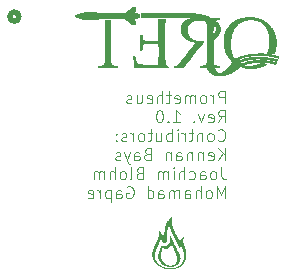
<source format=gbo>
G04 #@! TF.GenerationSoftware,KiCad,Pcbnew,7.0.11*
G04 #@! TF.CreationDate,2024-03-28T06:07:28-04:00*
G04 #@! TF.ProjectId,Motherboard,4d6f7468-6572-4626-9f61-72642e6b6963,rev?*
G04 #@! TF.SameCoordinates,Original*
G04 #@! TF.FileFunction,Legend,Bot*
G04 #@! TF.FilePolarity,Positive*
%FSLAX46Y46*%
G04 Gerber Fmt 4.6, Leading zero omitted, Abs format (unit mm)*
G04 Created by KiCad (PCBNEW 7.0.11) date 2024-03-28 06:07:28*
%MOMM*%
%LPD*%
G01*
G04 APERTURE LIST*
G04 Aperture macros list*
%AMHorizOval*
0 Thick line with rounded ends*
0 $1 width*
0 $2 $3 position (X,Y) of the first rounded end (center of the circle)*
0 $4 $5 position (X,Y) of the second rounded end (center of the circle)*
0 Add line between two ends*
20,1,$1,$2,$3,$4,$5,0*
0 Add two circle primitives to create the rounded ends*
1,1,$1,$2,$3*
1,1,$1,$4,$5*%
%AMRotRect*
0 Rectangle, with rotation*
0 The origin of the aperture is its center*
0 $1 length*
0 $2 width*
0 $3 Rotation angle, in degrees counterclockwise*
0 Add horizontal line*
21,1,$1,$2,0,0,$3*%
G04 Aperture macros list end*
%ADD10C,0.000000*%
%ADD11C,0.100000*%
%ADD12C,0.508000*%
%ADD13HorizOval,0.890000X-0.318756X0.085410X0.318756X-0.085410X0*%
%ADD14HorizOval,0.950000X-0.038823X-0.144889X0.038823X0.144889X0*%
%ADD15RotRect,1.700000X1.700000X142.000000*%
%ADD16HorizOval,1.700000X0.000000X0.000000X0.000000X0.000000X0*%
%ADD17C,1.498600*%
%ADD18C,2.999999*%
%ADD19RotRect,1.520000X1.520000X340.000000*%
%ADD20C,1.520000*%
%ADD21R,1.520000X1.520000*%
%ADD22RotRect,1.520000X1.520000X315.000000*%
%ADD23R,1.900000X1.900000*%
%ADD24C,1.900000*%
%ADD25R,2.000000X2.000000*%
%ADD26C,2.000000*%
%ADD27RotRect,1.520000X1.520000X45.000000*%
%ADD28C,10.500000*%
%ADD29RotRect,1.520000X1.520000X20.000000*%
G04 APERTURE END LIST*
D10*
G36*
X185809460Y-87777194D02*
G01*
X185845071Y-87777408D01*
X185932615Y-87778078D01*
X186074267Y-87779677D01*
X186122260Y-87780645D01*
X186157776Y-87781871D01*
X186182875Y-87783459D01*
X186199614Y-87785519D01*
X186210052Y-87788158D01*
X186213552Y-87789728D01*
X186216249Y-87791484D01*
X186217531Y-87792534D01*
X186218731Y-87793620D01*
X186219301Y-87794199D01*
X186219851Y-87794817D01*
X186220381Y-87795481D01*
X186220891Y-87796202D01*
X186221381Y-87796989D01*
X186221852Y-87797852D01*
X186222303Y-87798800D01*
X186222736Y-87799843D01*
X186223149Y-87800990D01*
X186223543Y-87802251D01*
X186223918Y-87803636D01*
X186224275Y-87805154D01*
X186224613Y-87806814D01*
X186224933Y-87808627D01*
X186225234Y-87810601D01*
X186225517Y-87812747D01*
X186225782Y-87815073D01*
X186226029Y-87817590D01*
X186226258Y-87820307D01*
X186226469Y-87823234D01*
X186226839Y-87829753D01*
X186227140Y-87837226D01*
X186227373Y-87845728D01*
X186227538Y-87855336D01*
X186227638Y-87866127D01*
X186227672Y-87878176D01*
X186227642Y-87891561D01*
X186227549Y-87906357D01*
X186227394Y-87922641D01*
X186227179Y-87940491D01*
X186226903Y-87959981D01*
X186226568Y-87981190D01*
X186225726Y-88029066D01*
X186224661Y-88084730D01*
X186221894Y-88221872D01*
X186215808Y-88618395D01*
X186213427Y-88983167D01*
X186212799Y-89137265D01*
X186211046Y-89303666D01*
X186208367Y-89462394D01*
X186204960Y-89593473D01*
X186201422Y-89743579D01*
X186200463Y-89885749D01*
X186202282Y-90046704D01*
X186207077Y-90253167D01*
X186210869Y-90423459D01*
X186213603Y-90597919D01*
X186215015Y-90756107D01*
X186214838Y-90877584D01*
X186215511Y-91091025D01*
X186217405Y-91188572D01*
X186220218Y-91277016D01*
X186223858Y-91354116D01*
X186228233Y-91417631D01*
X186233253Y-91465321D01*
X186238827Y-91494945D01*
X186243887Y-91510545D01*
X186249572Y-91525092D01*
X186252663Y-91531983D01*
X186255928Y-91538624D01*
X186259373Y-91545022D01*
X186263003Y-91551180D01*
X186266825Y-91557103D01*
X186270843Y-91562797D01*
X186275064Y-91568265D01*
X186279494Y-91573514D01*
X186284139Y-91578546D01*
X186289003Y-91583369D01*
X186294094Y-91587985D01*
X186299417Y-91592400D01*
X186304977Y-91596618D01*
X186310781Y-91600645D01*
X186316834Y-91604486D01*
X186323143Y-91608144D01*
X186329712Y-91611625D01*
X186336548Y-91614933D01*
X186343657Y-91618074D01*
X186351044Y-91621052D01*
X186366677Y-91626538D01*
X186383493Y-91631430D01*
X186401539Y-91635766D01*
X186420861Y-91639584D01*
X186450817Y-91644089D01*
X186486544Y-91648502D01*
X186526206Y-91652668D01*
X186567969Y-91656429D01*
X186609997Y-91659627D01*
X186650453Y-91662106D01*
X186687503Y-91663709D01*
X186719311Y-91664278D01*
X186734025Y-91664423D01*
X186740385Y-91664618D01*
X186746144Y-91664906D01*
X186751348Y-91665299D01*
X186756046Y-91665804D01*
X186760285Y-91666430D01*
X186764113Y-91667189D01*
X186767577Y-91668087D01*
X186770725Y-91669136D01*
X186773604Y-91670343D01*
X186776262Y-91671720D01*
X186778746Y-91673273D01*
X186781105Y-91675014D01*
X186783384Y-91676952D01*
X186785633Y-91679095D01*
X186788008Y-91681556D01*
X186789093Y-91682764D01*
X186790113Y-91683970D01*
X186791068Y-91685186D01*
X186791960Y-91686421D01*
X186792790Y-91687687D01*
X186793559Y-91688994D01*
X186794270Y-91690353D01*
X186794923Y-91691774D01*
X186795521Y-91693268D01*
X186796063Y-91694846D01*
X186796553Y-91696517D01*
X186796990Y-91698293D01*
X186797377Y-91700184D01*
X186797715Y-91702202D01*
X186798006Y-91704355D01*
X186798251Y-91706656D01*
X186798450Y-91709114D01*
X186798607Y-91711740D01*
X186798722Y-91714545D01*
X186798796Y-91717540D01*
X186798829Y-91724140D01*
X186798717Y-91731624D01*
X186798471Y-91740078D01*
X186798104Y-91749586D01*
X186797626Y-91760234D01*
X186796617Y-91792124D01*
X186795809Y-91804836D01*
X186795172Y-91810451D01*
X186794319Y-91815598D01*
X186793206Y-91820296D01*
X186791787Y-91824566D01*
X186790018Y-91828425D01*
X186787853Y-91831894D01*
X186785248Y-91834993D01*
X186782159Y-91837739D01*
X186778538Y-91840153D01*
X186774343Y-91842255D01*
X186769528Y-91844062D01*
X186764047Y-91845596D01*
X186757856Y-91846875D01*
X186750911Y-91847918D01*
X186743165Y-91848746D01*
X186734575Y-91849377D01*
X186714680Y-91850126D01*
X186690865Y-91850321D01*
X186662772Y-91850118D01*
X186592310Y-91849134D01*
X186506453Y-91848009D01*
X186404456Y-91845959D01*
X186202844Y-91840667D01*
X186088078Y-91838598D01*
X185940752Y-91838539D01*
X185603121Y-91843225D01*
X185299357Y-91852276D01*
X185194364Y-91857674D01*
X185138865Y-91863245D01*
X185126140Y-91865980D01*
X185120844Y-91867008D01*
X185116167Y-91867798D01*
X185112040Y-91868345D01*
X185108394Y-91868640D01*
X185105159Y-91868677D01*
X185102266Y-91868448D01*
X185099646Y-91867947D01*
X185097229Y-91867165D01*
X185094947Y-91866096D01*
X185092730Y-91864733D01*
X185090509Y-91863068D01*
X185088214Y-91861094D01*
X185085777Y-91858803D01*
X185083128Y-91856189D01*
X185080620Y-91853687D01*
X185079466Y-91852430D01*
X185078375Y-91851155D01*
X185077346Y-91849853D01*
X185076376Y-91848514D01*
X185075464Y-91847127D01*
X185074606Y-91845683D01*
X185073801Y-91844172D01*
X185073047Y-91842584D01*
X185072340Y-91840908D01*
X185071680Y-91839136D01*
X185071064Y-91837257D01*
X185070490Y-91835261D01*
X185069955Y-91833137D01*
X185069457Y-91830878D01*
X185068995Y-91828471D01*
X185068566Y-91825907D01*
X185068167Y-91823177D01*
X185067797Y-91820271D01*
X185067133Y-91813888D01*
X185066558Y-91806679D01*
X185066052Y-91798565D01*
X185065600Y-91789466D01*
X185065182Y-91779302D01*
X185064782Y-91767995D01*
X185063888Y-91743948D01*
X185063449Y-91725639D01*
X185063459Y-91718322D01*
X185063654Y-91712060D01*
X185064058Y-91706729D01*
X185064695Y-91702202D01*
X185065588Y-91698353D01*
X185066760Y-91695055D01*
X185068237Y-91692184D01*
X185070041Y-91689612D01*
X185072197Y-91687214D01*
X185074728Y-91684863D01*
X185081010Y-91679800D01*
X185084140Y-91677417D01*
X185087229Y-91675285D01*
X185088782Y-91674308D01*
X185090354Y-91673390D01*
X185091953Y-91672528D01*
X185093589Y-91671720D01*
X185095271Y-91670964D01*
X185097010Y-91670260D01*
X185098814Y-91669605D01*
X185100692Y-91668998D01*
X185102655Y-91668437D01*
X185104712Y-91667920D01*
X185106872Y-91667445D01*
X185109144Y-91667012D01*
X185114064Y-91666262D01*
X185119547Y-91665655D01*
X185125668Y-91665178D01*
X185132504Y-91664818D01*
X185140130Y-91664562D01*
X185148621Y-91664395D01*
X185158052Y-91664305D01*
X185168499Y-91664278D01*
X185227598Y-91663103D01*
X185284761Y-91660166D01*
X185339180Y-91655559D01*
X185390044Y-91649373D01*
X185436541Y-91641699D01*
X185457900Y-91637332D01*
X185477863Y-91632627D01*
X185496330Y-91627596D01*
X185513199Y-91622250D01*
X185528369Y-91616599D01*
X185541739Y-91610656D01*
X185547953Y-91607461D01*
X185553902Y-91604081D01*
X185559591Y-91600494D01*
X185565029Y-91596680D01*
X185570220Y-91592620D01*
X185575173Y-91588292D01*
X185579895Y-91583676D01*
X185584391Y-91578752D01*
X185588669Y-91573499D01*
X185592737Y-91567897D01*
X185596599Y-91561926D01*
X185600264Y-91555565D01*
X185603739Y-91548793D01*
X185607030Y-91541591D01*
X185610143Y-91533938D01*
X185613087Y-91525813D01*
X185615867Y-91517196D01*
X185618491Y-91508067D01*
X185620965Y-91498405D01*
X185623297Y-91488190D01*
X185625492Y-91477401D01*
X185627559Y-91466018D01*
X185629503Y-91454021D01*
X185631332Y-91441389D01*
X185634671Y-91414138D01*
X185637631Y-91384104D01*
X185640267Y-91351121D01*
X185642632Y-91315028D01*
X185646336Y-89916000D01*
X185638399Y-88106867D01*
X185636183Y-87933653D01*
X185635980Y-87879606D01*
X185636547Y-87842460D01*
X185638006Y-87818609D01*
X185639109Y-87810543D01*
X185640483Y-87804448D01*
X185642141Y-87799875D01*
X185644100Y-87796373D01*
X185648982Y-87790778D01*
X185650349Y-87789432D01*
X185651703Y-87788170D01*
X185653094Y-87786991D01*
X185654571Y-87785892D01*
X185656186Y-87784869D01*
X185657060Y-87784387D01*
X185657986Y-87783923D01*
X185658972Y-87783477D01*
X185660022Y-87783049D01*
X185661144Y-87782638D01*
X185662344Y-87782245D01*
X185663627Y-87781869D01*
X185665000Y-87781510D01*
X185668040Y-87780841D01*
X185671515Y-87780235D01*
X185675473Y-87779690D01*
X185679965Y-87779205D01*
X185685040Y-87778776D01*
X185690747Y-87778401D01*
X185697136Y-87778078D01*
X185704257Y-87777805D01*
X185712160Y-87777579D01*
X185720893Y-87777398D01*
X185730507Y-87777259D01*
X185741051Y-87777161D01*
X185752575Y-87777101D01*
X185778760Y-87777086D01*
X185809460Y-87777194D01*
G37*
G36*
X195487088Y-88587212D02*
G01*
X195486621Y-88607635D01*
X195485873Y-88627661D01*
X195484868Y-88646793D01*
X195483632Y-88664537D01*
X195482189Y-88680395D01*
X195480565Y-88693873D01*
X195478783Y-88704473D01*
X195471507Y-88735230D01*
X195463171Y-88765853D01*
X195453775Y-88796340D01*
X195443318Y-88826688D01*
X195431798Y-88856896D01*
X195419214Y-88886961D01*
X195405566Y-88916881D01*
X195390853Y-88946654D01*
X195375073Y-88976279D01*
X195358225Y-89005753D01*
X195340309Y-89035074D01*
X195321323Y-89064240D01*
X195301266Y-89093248D01*
X195280137Y-89122098D01*
X195257936Y-89150786D01*
X195234661Y-89179311D01*
X195217578Y-89199117D01*
X195198809Y-89219984D01*
X195157402Y-89263791D01*
X195112820Y-89308507D01*
X195067444Y-89351908D01*
X195023655Y-89391770D01*
X194983836Y-89425870D01*
X194966158Y-89440064D01*
X194950366Y-89451982D01*
X194936756Y-89461348D01*
X194925627Y-89467884D01*
X194916466Y-89472755D01*
X194907635Y-89477750D01*
X194899334Y-89482729D01*
X194891760Y-89487551D01*
X194885113Y-89492075D01*
X194879590Y-89496161D01*
X194877312Y-89497996D01*
X194875389Y-89499668D01*
X194873847Y-89501161D01*
X194872710Y-89502456D01*
X194867937Y-89789826D01*
X194867860Y-90416062D01*
X194871619Y-91057511D01*
X194878355Y-91390523D01*
X194881000Y-91412217D01*
X194884169Y-91432845D01*
X194887857Y-91452398D01*
X194892058Y-91470868D01*
X194896768Y-91488246D01*
X194901981Y-91504525D01*
X194907693Y-91519696D01*
X194913897Y-91533750D01*
X194920589Y-91546681D01*
X194927764Y-91558478D01*
X194935417Y-91569134D01*
X194943542Y-91578641D01*
X194952133Y-91586991D01*
X194961187Y-91594175D01*
X194970698Y-91600184D01*
X194980660Y-91605011D01*
X194990047Y-91608472D01*
X195001678Y-91611957D01*
X195015368Y-91615442D01*
X195030931Y-91618902D01*
X195066931Y-91625649D01*
X195108190Y-91631999D01*
X195153219Y-91637754D01*
X195200529Y-91642715D01*
X195248634Y-91646684D01*
X195296044Y-91649462D01*
X195348060Y-91651657D01*
X195368992Y-91652852D01*
X195386862Y-91654323D01*
X195401914Y-91656228D01*
X195414387Y-91658726D01*
X195419733Y-91660246D01*
X195424525Y-91661974D01*
X195428794Y-91663929D01*
X195432569Y-91666130D01*
X195435881Y-91668598D01*
X195438761Y-91671353D01*
X195441238Y-91674414D01*
X195443343Y-91677801D01*
X195445105Y-91681533D01*
X195446556Y-91685631D01*
X195447725Y-91690114D01*
X195448643Y-91695003D01*
X195449845Y-91706073D01*
X195450404Y-91719001D01*
X195450561Y-91751061D01*
X195450241Y-91775537D01*
X195449817Y-91786165D01*
X195449194Y-91795787D01*
X195448356Y-91804454D01*
X195447287Y-91812217D01*
X195445969Y-91819127D01*
X195444387Y-91825233D01*
X195442524Y-91830587D01*
X195440363Y-91835239D01*
X195437888Y-91839240D01*
X195435082Y-91842640D01*
X195431929Y-91845491D01*
X195428413Y-91847842D01*
X195424515Y-91849745D01*
X195420221Y-91851250D01*
X195418245Y-91851730D01*
X195415524Y-91852113D01*
X195412106Y-91852401D01*
X195408040Y-91852595D01*
X195398158Y-91852714D01*
X195386267Y-91852485D01*
X195372755Y-91851926D01*
X195358012Y-91851052D01*
X195342425Y-91849881D01*
X195326383Y-91848428D01*
X195307909Y-91846846D01*
X195285350Y-91845297D01*
X195231486Y-91842431D01*
X195171800Y-91840094D01*
X195113305Y-91838550D01*
X194978544Y-91836434D01*
X194984894Y-91856189D01*
X194987866Y-91864027D01*
X194991700Y-91873154D01*
X195001640Y-91894675D01*
X195014077Y-91919553D01*
X195028374Y-91946589D01*
X195043895Y-91974584D01*
X195060003Y-92002339D01*
X195076061Y-92028655D01*
X195091433Y-92052334D01*
X195107459Y-92076041D01*
X195123267Y-92098484D01*
X195138870Y-92119675D01*
X195154283Y-92139624D01*
X195169517Y-92158341D01*
X195184587Y-92175836D01*
X195199506Y-92192120D01*
X195214288Y-92207203D01*
X195228946Y-92221095D01*
X195243493Y-92233807D01*
X195257943Y-92245349D01*
X195272309Y-92255732D01*
X195286605Y-92264965D01*
X195300844Y-92273059D01*
X195315039Y-92280025D01*
X195329205Y-92285873D01*
X195368011Y-92300689D01*
X195427983Y-92280934D01*
X195444894Y-92275046D01*
X195462234Y-92268526D01*
X195479919Y-92261419D01*
X195497866Y-92253770D01*
X195534209Y-92237030D01*
X195570593Y-92218669D01*
X195606349Y-92199051D01*
X195640807Y-92178540D01*
X195673297Y-92157500D01*
X195688595Y-92146896D01*
X195703150Y-92136295D01*
X195772462Y-92082561D01*
X195839873Y-92027496D01*
X195905729Y-91970761D01*
X195970379Y-91912016D01*
X196034168Y-91850924D01*
X196097445Y-91787144D01*
X196160556Y-91720338D01*
X196223849Y-91650167D01*
X196314690Y-91548126D01*
X196387538Y-91466722D01*
X196411649Y-91439790D01*
X196432782Y-91415834D01*
X196457388Y-91387700D01*
X196458128Y-91386638D01*
X196458755Y-91385557D01*
X196459256Y-91384445D01*
X196459622Y-91383288D01*
X196459842Y-91382072D01*
X196459904Y-91380783D01*
X196459799Y-91379408D01*
X196459516Y-91377933D01*
X196459043Y-91376344D01*
X196458371Y-91374628D01*
X196457488Y-91372771D01*
X196456384Y-91370759D01*
X196455047Y-91368578D01*
X196453468Y-91366216D01*
X196451636Y-91363657D01*
X196449539Y-91360889D01*
X196447167Y-91357898D01*
X196444510Y-91354670D01*
X196441556Y-91351191D01*
X196438296Y-91347448D01*
X196434717Y-91343427D01*
X196430810Y-91339114D01*
X196421967Y-91329558D01*
X196411682Y-91318671D01*
X196399868Y-91306344D01*
X196386439Y-91292466D01*
X196371311Y-91276928D01*
X196337989Y-91241846D01*
X196306219Y-91207413D01*
X196275898Y-91173482D01*
X196246923Y-91139907D01*
X196219193Y-91106543D01*
X196192605Y-91073244D01*
X196167057Y-91039865D01*
X196142446Y-91006259D01*
X196118670Y-90972282D01*
X196095627Y-90937786D01*
X196073214Y-90902627D01*
X196051330Y-90866659D01*
X196029871Y-90829735D01*
X196008736Y-90791711D01*
X195987822Y-90752441D01*
X195967027Y-90711778D01*
X195942869Y-90662113D01*
X195920113Y-90612507D01*
X195898721Y-90562823D01*
X195878656Y-90512922D01*
X195859881Y-90462665D01*
X195842359Y-90411914D01*
X195826052Y-90360531D01*
X195810923Y-90308377D01*
X195796935Y-90255313D01*
X195784051Y-90201201D01*
X195772234Y-90145903D01*
X195761446Y-90089280D01*
X195751650Y-90031193D01*
X195742810Y-89971504D01*
X195734887Y-89910075D01*
X195727844Y-89846767D01*
X195722942Y-89796130D01*
X195719322Y-89749246D01*
X195716942Y-89704115D01*
X195715761Y-89658736D01*
X195715738Y-89611109D01*
X195716831Y-89559231D01*
X195718998Y-89501103D01*
X195722200Y-89434723D01*
X195726114Y-89375006D01*
X195731255Y-89316461D01*
X195737642Y-89259017D01*
X195745295Y-89202606D01*
X195754235Y-89147158D01*
X195764479Y-89092604D01*
X195776049Y-89038875D01*
X195788963Y-88985901D01*
X195803241Y-88933614D01*
X195818903Y-88881943D01*
X195835969Y-88830820D01*
X195854458Y-88780176D01*
X195874390Y-88729942D01*
X195895784Y-88680047D01*
X195918660Y-88630423D01*
X195943039Y-88581000D01*
X195986373Y-88500939D01*
X196033038Y-88424002D01*
X196083039Y-88350188D01*
X196136383Y-88279497D01*
X196193075Y-88211926D01*
X196253122Y-88147476D01*
X196316530Y-88086146D01*
X196383305Y-88027933D01*
X196453454Y-87972837D01*
X196526982Y-87920858D01*
X196603896Y-87871994D01*
X196684202Y-87826243D01*
X196767907Y-87783606D01*
X196855016Y-87744081D01*
X196945535Y-87707666D01*
X197039472Y-87674361D01*
X197130858Y-87646127D01*
X197225121Y-87621227D01*
X197321898Y-87599671D01*
X197420824Y-87581470D01*
X197521537Y-87566635D01*
X197623672Y-87555175D01*
X197726865Y-87547100D01*
X197830752Y-87542422D01*
X197934970Y-87541151D01*
X198039156Y-87543296D01*
X198142944Y-87548869D01*
X198245972Y-87557879D01*
X198347875Y-87570336D01*
X198448290Y-87586252D01*
X198546852Y-87605637D01*
X198643199Y-87628500D01*
X198695655Y-87642954D01*
X198748188Y-87659035D01*
X198800711Y-87676699D01*
X198853135Y-87695903D01*
X198905374Y-87716603D01*
X198957338Y-87738757D01*
X199008941Y-87762321D01*
X199060095Y-87787250D01*
X199110711Y-87813503D01*
X199160701Y-87841035D01*
X199209979Y-87869803D01*
X199258455Y-87899764D01*
X199306043Y-87930875D01*
X199352654Y-87963091D01*
X199398200Y-87996369D01*
X199442594Y-88030667D01*
X199461572Y-88046080D01*
X199481606Y-88063090D01*
X199524108Y-88101134D01*
X199568627Y-88143280D01*
X199613691Y-88188006D01*
X199657830Y-88233790D01*
X199699571Y-88279111D01*
X199737442Y-88322447D01*
X199754466Y-88342896D01*
X199769972Y-88362278D01*
X199818294Y-88426641D01*
X199863554Y-88491254D01*
X199905818Y-88556285D01*
X199945148Y-88621900D01*
X199981609Y-88688268D01*
X200015265Y-88755556D01*
X200046181Y-88823931D01*
X200074419Y-88893561D01*
X200100045Y-88964613D01*
X200123122Y-89037255D01*
X200143714Y-89111654D01*
X200161886Y-89187977D01*
X200177701Y-89266391D01*
X200191224Y-89347066D01*
X200202519Y-89430167D01*
X200211650Y-89515862D01*
X200215356Y-89559555D01*
X200218022Y-89600164D01*
X200219661Y-89639302D01*
X200220293Y-89678580D01*
X200219932Y-89719611D01*
X200218595Y-89764008D01*
X200216299Y-89813381D01*
X200213061Y-89869345D01*
X200205273Y-89977021D01*
X200195477Y-90076701D01*
X200183382Y-90169916D01*
X200168699Y-90258194D01*
X200151139Y-90343066D01*
X200130411Y-90426061D01*
X200106228Y-90508709D01*
X200078300Y-90592539D01*
X200072988Y-90607129D01*
X200067888Y-90620491D01*
X200062981Y-90632655D01*
X200058246Y-90643648D01*
X200053665Y-90653500D01*
X200049216Y-90662240D01*
X200044881Y-90669897D01*
X200040641Y-90676500D01*
X200036474Y-90682078D01*
X200032363Y-90686659D01*
X200028286Y-90690273D01*
X200024225Y-90692949D01*
X200020160Y-90694715D01*
X200016071Y-90695600D01*
X200011939Y-90695634D01*
X200007744Y-90694845D01*
X199996444Y-90691826D01*
X199982332Y-90688619D01*
X199946923Y-90681814D01*
X199904023Y-90674778D01*
X199856138Y-90667857D01*
X199805772Y-90661400D01*
X199755431Y-90655753D01*
X199707620Y-90651263D01*
X199664844Y-90648278D01*
X199614791Y-90645242D01*
X199569087Y-90641983D01*
X199528046Y-90638542D01*
X199491983Y-90634961D01*
X199461211Y-90631280D01*
X199436046Y-90627541D01*
X199416800Y-90623786D01*
X199403788Y-90620056D01*
X199386150Y-90613706D01*
X199400966Y-90576311D01*
X199420368Y-90525154D01*
X199440158Y-90468020D01*
X199459865Y-90406536D01*
X199479018Y-90342332D01*
X199497146Y-90277036D01*
X199513778Y-90212278D01*
X199528442Y-90149686D01*
X199540666Y-90090889D01*
X199551613Y-90029821D01*
X199561169Y-89967168D01*
X199569331Y-89903181D01*
X199576098Y-89838113D01*
X199585439Y-89705735D01*
X199589173Y-89572041D01*
X199587285Y-89439043D01*
X199584228Y-89373432D01*
X199579758Y-89308748D01*
X199573875Y-89245242D01*
X199566576Y-89183166D01*
X199557859Y-89122770D01*
X199547722Y-89064306D01*
X199534572Y-88998774D01*
X199519983Y-88935236D01*
X199503937Y-88873654D01*
X199486416Y-88813988D01*
X199467402Y-88756199D01*
X199446878Y-88700248D01*
X199424827Y-88646094D01*
X199401231Y-88593700D01*
X199376072Y-88543026D01*
X199349333Y-88494032D01*
X199320995Y-88446680D01*
X199291043Y-88400929D01*
X199259457Y-88356742D01*
X199226221Y-88314077D01*
X199191317Y-88272897D01*
X199154727Y-88233162D01*
X199098158Y-88177760D01*
X199038821Y-88126133D01*
X198976775Y-88078304D01*
X198912082Y-88034294D01*
X198844801Y-87994124D01*
X198774992Y-87957817D01*
X198702715Y-87925394D01*
X198628030Y-87896876D01*
X198550997Y-87872286D01*
X198471675Y-87851645D01*
X198390125Y-87834974D01*
X198306407Y-87822297D01*
X198220580Y-87813633D01*
X198132705Y-87809005D01*
X198042842Y-87808435D01*
X197951050Y-87811945D01*
X197893077Y-87815839D01*
X197840222Y-87820213D01*
X197791518Y-87825215D01*
X197745997Y-87830995D01*
X197702693Y-87837700D01*
X197660636Y-87845481D01*
X197618861Y-87854485D01*
X197576399Y-87864862D01*
X197505944Y-87884426D01*
X197437710Y-87906347D01*
X197371685Y-87930636D01*
X197307858Y-87957300D01*
X197246219Y-87986350D01*
X197186755Y-88017795D01*
X197129455Y-88051643D01*
X197074308Y-88087905D01*
X197021303Y-88126590D01*
X196970428Y-88167706D01*
X196921671Y-88211264D01*
X196875022Y-88257272D01*
X196830469Y-88305740D01*
X196788000Y-88356676D01*
X196747605Y-88410092D01*
X196709272Y-88465995D01*
X196672692Y-88524287D01*
X196638093Y-88584341D01*
X196605470Y-88646164D01*
X196574819Y-88709764D01*
X196546136Y-88775151D01*
X196519417Y-88842331D01*
X196494657Y-88911315D01*
X196471852Y-88982109D01*
X196450999Y-89054722D01*
X196432093Y-89129162D01*
X196415130Y-89205438D01*
X196400106Y-89283557D01*
X196387017Y-89363529D01*
X196375858Y-89445361D01*
X196366626Y-89529062D01*
X196359316Y-89614639D01*
X196353997Y-89713253D01*
X196352281Y-89812041D01*
X196354103Y-89910696D01*
X196359393Y-90008912D01*
X196368086Y-90106385D01*
X196380115Y-90202808D01*
X196395411Y-90297875D01*
X196413908Y-90391279D01*
X196435539Y-90482716D01*
X196460237Y-90571880D01*
X196487933Y-90658463D01*
X196518562Y-90742161D01*
X196552056Y-90822667D01*
X196588347Y-90899676D01*
X196627369Y-90972882D01*
X196669055Y-91041978D01*
X196706450Y-91099834D01*
X196739610Y-91075844D01*
X196763154Y-91059476D01*
X196791568Y-91041074D01*
X196823438Y-91021448D01*
X196857350Y-91001409D01*
X196891891Y-90981766D01*
X196925646Y-90963331D01*
X196957202Y-90946913D01*
X196985144Y-90933323D01*
X197022534Y-90916523D01*
X197062346Y-90899763D01*
X197148469Y-90866593D01*
X197241984Y-90834265D01*
X197341361Y-90803236D01*
X197445071Y-90773959D01*
X197551584Y-90746891D01*
X197659370Y-90722484D01*
X197766900Y-90701195D01*
X197926990Y-90675470D01*
X198102667Y-90654011D01*
X198289472Y-90637050D01*
X198482950Y-90624818D01*
X198678644Y-90617548D01*
X198872097Y-90615470D01*
X199058853Y-90618816D01*
X199234455Y-90627817D01*
X199361834Y-90639119D01*
X199500218Y-90656061D01*
X199645134Y-90677798D01*
X199792109Y-90703488D01*
X199936669Y-90732286D01*
X200074342Y-90763350D01*
X200200654Y-90795836D01*
X200311133Y-90828900D01*
X200345628Y-90840445D01*
X200374236Y-90850883D01*
X200386456Y-90855753D01*
X200397354Y-90860427D01*
X200406978Y-90864932D01*
X200415379Y-90869293D01*
X200422605Y-90873540D01*
X200428707Y-90877697D01*
X200433734Y-90881792D01*
X200437736Y-90885852D01*
X200440762Y-90889904D01*
X200442862Y-90893974D01*
X200444086Y-90898090D01*
X200444483Y-90902278D01*
X200443933Y-90907697D01*
X200442368Y-90915266D01*
X200439911Y-90924657D01*
X200436689Y-90935539D01*
X200428447Y-90960458D01*
X200418642Y-90987386D01*
X200408275Y-91013686D01*
X200398346Y-91036720D01*
X200393859Y-91046188D01*
X200389856Y-91053850D01*
X200386463Y-91059377D01*
X200383805Y-91062439D01*
X200382661Y-91063194D01*
X200381472Y-91063867D01*
X200380232Y-91064459D01*
X200378932Y-91064967D01*
X200377567Y-91065389D01*
X200376128Y-91065723D01*
X200374609Y-91065968D01*
X200373001Y-91066122D01*
X200371299Y-91066182D01*
X200369494Y-91066148D01*
X200367580Y-91066017D01*
X200365549Y-91065788D01*
X200363394Y-91065459D01*
X200361107Y-91065027D01*
X200358683Y-91064492D01*
X200356112Y-91063851D01*
X200353389Y-91063102D01*
X200350505Y-91062244D01*
X200344228Y-91060193D01*
X200337223Y-91057683D01*
X200329433Y-91054700D01*
X200320800Y-91051229D01*
X200311265Y-91047256D01*
X200300771Y-91042766D01*
X200289261Y-91037745D01*
X200272306Y-91030581D01*
X200251821Y-91022903D01*
X200201540Y-91006326D01*
X200140991Y-90988656D01*
X200072743Y-90970541D01*
X199999370Y-90952623D01*
X199923441Y-90935549D01*
X199847529Y-90919964D01*
X199774205Y-90906511D01*
X199637338Y-90885036D01*
X199493791Y-90866736D01*
X199345679Y-90851743D01*
X199195120Y-90840189D01*
X199044231Y-90832208D01*
X198895127Y-90827930D01*
X198749926Y-90827489D01*
X198610744Y-90831017D01*
X198526908Y-90834979D01*
X198437078Y-90840355D01*
X198250646Y-90854388D01*
X198073871Y-90871200D01*
X197996113Y-90880049D01*
X197929177Y-90888872D01*
X197773772Y-90914062D01*
X197624543Y-90944468D01*
X197552500Y-90961542D01*
X197482308Y-90979819D01*
X197414070Y-90999263D01*
X197347888Y-91019841D01*
X197283863Y-91041519D01*
X197222099Y-91064262D01*
X197162697Y-91088037D01*
X197105761Y-91112809D01*
X197051392Y-91138545D01*
X196999692Y-91165209D01*
X196950764Y-91192769D01*
X196904711Y-91221189D01*
X196839094Y-91263523D01*
X196853205Y-91283278D01*
X196855485Y-91286414D01*
X196857702Y-91289337D01*
X196859869Y-91292046D01*
X196861996Y-91294540D01*
X196864095Y-91296816D01*
X196866180Y-91298874D01*
X196868260Y-91300712D01*
X196870348Y-91302328D01*
X196872456Y-91303721D01*
X196874595Y-91304889D01*
X196876777Y-91305831D01*
X196879014Y-91306545D01*
X196881318Y-91307029D01*
X196883701Y-91307283D01*
X196886173Y-91307304D01*
X196888747Y-91307091D01*
X196891436Y-91306642D01*
X196894249Y-91305956D01*
X196897200Y-91305031D01*
X196900300Y-91303866D01*
X196903560Y-91302459D01*
X196906993Y-91300809D01*
X196910610Y-91298914D01*
X196914423Y-91296772D01*
X196918444Y-91294382D01*
X196922684Y-91291743D01*
X196927156Y-91288852D01*
X196931870Y-91285709D01*
X196942075Y-91278658D01*
X196953394Y-91270578D01*
X196973059Y-91256798D01*
X196992483Y-91243715D01*
X197011837Y-91231247D01*
X197031292Y-91219315D01*
X197051019Y-91207838D01*
X197071191Y-91196735D01*
X197091979Y-91185925D01*
X197113555Y-91175328D01*
X197136090Y-91164864D01*
X197159755Y-91154451D01*
X197184723Y-91144009D01*
X197211164Y-91133458D01*
X197269155Y-91111704D01*
X197335099Y-91088545D01*
X197405920Y-91065508D01*
X197478196Y-91044018D01*
X197551996Y-91024065D01*
X197627387Y-91005642D01*
X197704435Y-90988740D01*
X197783208Y-90973352D01*
X197863774Y-90959468D01*
X197946199Y-90947081D01*
X198030550Y-90936182D01*
X198116895Y-90926763D01*
X198205301Y-90918816D01*
X198295835Y-90912332D01*
X198483555Y-90903722D01*
X198680594Y-90900867D01*
X198863139Y-90904009D01*
X199050867Y-90913170D01*
X199240498Y-90927954D01*
X199428747Y-90947963D01*
X199612334Y-90972801D01*
X199787974Y-91002070D01*
X199952387Y-91035375D01*
X200102288Y-91072317D01*
X200139768Y-91082829D01*
X200178951Y-91094366D01*
X200254688Y-91118002D01*
X200287373Y-91128844D01*
X200314021Y-91138198D01*
X200332699Y-91145436D01*
X200338445Y-91148064D01*
X200341472Y-91149928D01*
X200341763Y-91150262D01*
X200341978Y-91150734D01*
X200342117Y-91151338D01*
X200342181Y-91152072D01*
X200342173Y-91152933D01*
X200342093Y-91153915D01*
X200341725Y-91156234D01*
X200341089Y-91158999D01*
X200340194Y-91162182D01*
X200339054Y-91165753D01*
X200337679Y-91169684D01*
X200336081Y-91173945D01*
X200334272Y-91178509D01*
X200332261Y-91183345D01*
X200330062Y-91188425D01*
X200327684Y-91193720D01*
X200325141Y-91199201D01*
X200322442Y-91204839D01*
X200319600Y-91210606D01*
X200313674Y-91222387D01*
X200307649Y-91234738D01*
X200301691Y-91247305D01*
X200295963Y-91259730D01*
X200290633Y-91271660D01*
X200285865Y-91282738D01*
X200281825Y-91292609D01*
X200278677Y-91300917D01*
X200271614Y-91320152D01*
X200268455Y-91327784D01*
X200266886Y-91331120D01*
X200265294Y-91334144D01*
X200263654Y-91336860D01*
X200261943Y-91339273D01*
X200260137Y-91341388D01*
X200258213Y-91343209D01*
X200256148Y-91344742D01*
X200253918Y-91345992D01*
X200251499Y-91346963D01*
X200248868Y-91347660D01*
X200246001Y-91348089D01*
X200242875Y-91348254D01*
X200239466Y-91348160D01*
X200235751Y-91347812D01*
X200231707Y-91347215D01*
X200227309Y-91346373D01*
X200222535Y-91345293D01*
X200217360Y-91343978D01*
X200205716Y-91340665D01*
X200192189Y-91336473D01*
X200158733Y-91325611D01*
X200100930Y-91307814D01*
X200039808Y-91290686D01*
X199908217Y-91258540D01*
X199765182Y-91229369D01*
X199611927Y-91203374D01*
X199449677Y-91180752D01*
X199279655Y-91161702D01*
X199103084Y-91146422D01*
X198921188Y-91135111D01*
X198732077Y-91129318D01*
X198542173Y-91130305D01*
X198354054Y-91137840D01*
X198170301Y-91151692D01*
X197993493Y-91171629D01*
X197826210Y-91197421D01*
X197671032Y-91228834D01*
X197598789Y-91246577D01*
X197530539Y-91265639D01*
X197463541Y-91286260D01*
X197403340Y-91305988D01*
X197349191Y-91325121D01*
X197300351Y-91343956D01*
X197256075Y-91362791D01*
X197215618Y-91381924D01*
X197178237Y-91401652D01*
X197143188Y-91422273D01*
X197090977Y-91454728D01*
X197110733Y-91470956D01*
X197116662Y-91475446D01*
X197122550Y-91479392D01*
X197128402Y-91482797D01*
X197134226Y-91485662D01*
X197137129Y-91486893D01*
X197140029Y-91487990D01*
X197142925Y-91488953D01*
X197145819Y-91489783D01*
X197148711Y-91490479D01*
X197151603Y-91491042D01*
X197154495Y-91491472D01*
X197157388Y-91491770D01*
X197160283Y-91491935D01*
X197163181Y-91491969D01*
X197166083Y-91491870D01*
X197168989Y-91491640D01*
X197171902Y-91491279D01*
X197174821Y-91490787D01*
X197177747Y-91490164D01*
X197180682Y-91489411D01*
X197186580Y-91487513D01*
X197192523Y-91485097D01*
X197198518Y-91482165D01*
X197204572Y-91478717D01*
X197207737Y-91476728D01*
X197211640Y-91474482D01*
X197221428Y-91469313D01*
X197233482Y-91463400D01*
X197247346Y-91456933D01*
X197262566Y-91450102D01*
X197278688Y-91443098D01*
X197295256Y-91436109D01*
X197311816Y-91429328D01*
X197416378Y-91390804D01*
X197525848Y-91355424D01*
X197639889Y-91323223D01*
X197758168Y-91294236D01*
X197880350Y-91268499D01*
X198006099Y-91246046D01*
X198135082Y-91226913D01*
X198266962Y-91211135D01*
X198401405Y-91198747D01*
X198538077Y-91189784D01*
X198676642Y-91184281D01*
X198816766Y-91182274D01*
X198958114Y-91183797D01*
X199100350Y-91188885D01*
X199243140Y-91197575D01*
X199386150Y-91209900D01*
X199484489Y-91220394D01*
X199576627Y-91231938D01*
X199663838Y-91244788D01*
X199747394Y-91259201D01*
X199828569Y-91275433D01*
X199908635Y-91293740D01*
X199988868Y-91314379D01*
X200070538Y-91337606D01*
X200117215Y-91351377D01*
X200154235Y-91362841D01*
X200182656Y-91372469D01*
X200193972Y-91376742D01*
X200203536Y-91380733D01*
X200211479Y-91384501D01*
X200217933Y-91388104D01*
X200223032Y-91391602D01*
X200226907Y-91395054D01*
X200229691Y-91398518D01*
X200231515Y-91402053D01*
X200232513Y-91405718D01*
X200232816Y-91409573D01*
X200231879Y-91414627D01*
X200229222Y-91422853D01*
X200219675Y-91446890D01*
X200206027Y-91477823D01*
X200190130Y-91511790D01*
X200173836Y-91544931D01*
X200158997Y-91573383D01*
X200152703Y-91584644D01*
X200147466Y-91593286D01*
X200143519Y-91598825D01*
X200142102Y-91600280D01*
X200141094Y-91600778D01*
X200140254Y-91600705D01*
X200139072Y-91600490D01*
X200137570Y-91600141D01*
X200135769Y-91599665D01*
X200131358Y-91598360D01*
X200126013Y-91596633D01*
X200119907Y-91594542D01*
X200113214Y-91592146D01*
X200106107Y-91589502D01*
X200098761Y-91586667D01*
X200071475Y-91576501D01*
X200040645Y-91566158D01*
X199969721Y-91545227D01*
X199888727Y-91524445D01*
X199800399Y-91504382D01*
X199707474Y-91485609D01*
X199612688Y-91468696D01*
X199518779Y-91454214D01*
X199428483Y-91442734D01*
X199229300Y-91424732D01*
X199027231Y-91414611D01*
X198823360Y-91412311D01*
X198618770Y-91417775D01*
X198414543Y-91430945D01*
X198211763Y-91451763D01*
X198011514Y-91480171D01*
X197814877Y-91516112D01*
X197779451Y-91524162D01*
X197732945Y-91535801D01*
X197625612Y-91564618D01*
X197530715Y-91592113D01*
X197499753Y-91602098D01*
X197490463Y-91605579D01*
X197486088Y-91607834D01*
X197485652Y-91608488D01*
X197485783Y-91609255D01*
X197486457Y-91610128D01*
X197487648Y-91611100D01*
X197491490Y-91613312D01*
X197497113Y-91615837D01*
X197504323Y-91618619D01*
X197512927Y-91621600D01*
X197522730Y-91624727D01*
X197533537Y-91627942D01*
X197557388Y-91634416D01*
X197582926Y-91640576D01*
X197595842Y-91643398D01*
X197608596Y-91645975D01*
X197620995Y-91648250D01*
X197632844Y-91650167D01*
X197645609Y-91651578D01*
X197663260Y-91653122D01*
X197710014Y-91656341D01*
X197766690Y-91659295D01*
X197796744Y-91660508D01*
X197826872Y-91661456D01*
X197879999Y-91662608D01*
X197931548Y-91662605D01*
X197981690Y-91661416D01*
X198030601Y-91659009D01*
X198078453Y-91655353D01*
X198125421Y-91650418D01*
X198171678Y-91644172D01*
X198217397Y-91636585D01*
X198262752Y-91627626D01*
X198307917Y-91617262D01*
X198353066Y-91605465D01*
X198398372Y-91592201D01*
X198444008Y-91577441D01*
X198490149Y-91561154D01*
X198536968Y-91543308D01*
X198584638Y-91523872D01*
X198599667Y-91517682D01*
X198615837Y-91511393D01*
X198632635Y-91505170D01*
X198649549Y-91499178D01*
X198666067Y-91493583D01*
X198681674Y-91488551D01*
X198695860Y-91484246D01*
X198708111Y-91480834D01*
X198732300Y-91475204D01*
X198759411Y-91470227D01*
X198789124Y-91465909D01*
X198821121Y-91462258D01*
X198855081Y-91459280D01*
X198890686Y-91456984D01*
X198965550Y-91454464D01*
X199043160Y-91454754D01*
X199120960Y-91457914D01*
X199159133Y-91460588D01*
X199196395Y-91464001D01*
X199232427Y-91468160D01*
X199266911Y-91473073D01*
X199299646Y-91478384D01*
X199327710Y-91483810D01*
X199340101Y-91486603D01*
X199351457Y-91489469D01*
X199361824Y-91492421D01*
X199371245Y-91495474D01*
X199379764Y-91498643D01*
X199387427Y-91501943D01*
X199394277Y-91505387D01*
X199400360Y-91508990D01*
X199405719Y-91512767D01*
X199410399Y-91516732D01*
X199414444Y-91520899D01*
X199417900Y-91525284D01*
X199419483Y-91527565D01*
X199420167Y-91528639D01*
X199420776Y-91529675D01*
X199421305Y-91530681D01*
X199421752Y-91531660D01*
X199422114Y-91532619D01*
X199422386Y-91533563D01*
X199422567Y-91534497D01*
X199422653Y-91535428D01*
X199422640Y-91536361D01*
X199422526Y-91537301D01*
X199422306Y-91538254D01*
X199421979Y-91539226D01*
X199421540Y-91540222D01*
X199420986Y-91541247D01*
X199420315Y-91542307D01*
X199419523Y-91543408D01*
X199418606Y-91544555D01*
X199417562Y-91545754D01*
X199416387Y-91547011D01*
X199415078Y-91548330D01*
X199413632Y-91549718D01*
X199412046Y-91551180D01*
X199410315Y-91552721D01*
X199408438Y-91554348D01*
X199404231Y-91557878D01*
X199399397Y-91561816D01*
X199393911Y-91566206D01*
X199384524Y-91573397D01*
X199373423Y-91581404D01*
X199346826Y-91599422D01*
X199315615Y-91619375D01*
X199281286Y-91640377D01*
X199245337Y-91661546D01*
X199209265Y-91681994D01*
X199174564Y-91700839D01*
X199142733Y-91717195D01*
X199100203Y-91737350D01*
X199057452Y-91756301D01*
X199014341Y-91774081D01*
X198970732Y-91790727D01*
X198926486Y-91806273D01*
X198881465Y-91820754D01*
X198835531Y-91834206D01*
X198788544Y-91846664D01*
X198740367Y-91858163D01*
X198690860Y-91868738D01*
X198639886Y-91878423D01*
X198587306Y-91887256D01*
X198532982Y-91895269D01*
X198476774Y-91902499D01*
X198418544Y-91908981D01*
X198358155Y-91914750D01*
X198297423Y-91918780D01*
X198221156Y-91921850D01*
X198135049Y-91923928D01*
X198044800Y-91924981D01*
X197956106Y-91924975D01*
X197874662Y-91923878D01*
X197806167Y-91921657D01*
X197756316Y-91918278D01*
X197695739Y-91910809D01*
X197633252Y-91901256D01*
X197569921Y-91889852D01*
X197506814Y-91876827D01*
X197444997Y-91862412D01*
X197385536Y-91846841D01*
X197329498Y-91830343D01*
X197277949Y-91813150D01*
X197261217Y-91807248D01*
X197244634Y-91801784D01*
X197228613Y-91796866D01*
X197213568Y-91792601D01*
X197199911Y-91789097D01*
X197188057Y-91786461D01*
X197178419Y-91784800D01*
X197174561Y-91784369D01*
X197171411Y-91784223D01*
X197169278Y-91784275D01*
X197167097Y-91784441D01*
X197164846Y-91784736D01*
X197162502Y-91785174D01*
X197160041Y-91785770D01*
X197157441Y-91786539D01*
X197154679Y-91787496D01*
X197151732Y-91788655D01*
X197148578Y-91790031D01*
X197145193Y-91791638D01*
X197141554Y-91793493D01*
X197137639Y-91795608D01*
X197128889Y-91800682D01*
X197118759Y-91806977D01*
X197107066Y-91814612D01*
X197093627Y-91823704D01*
X197078260Y-91834371D01*
X197060782Y-91846731D01*
X197041009Y-91860901D01*
X197018758Y-91877000D01*
X196966094Y-91915456D01*
X196872061Y-91983710D01*
X196789694Y-92042390D01*
X196715380Y-92093826D01*
X196645507Y-92140352D01*
X196576461Y-92184297D01*
X196504628Y-92227995D01*
X196426395Y-92273776D01*
X196338150Y-92323973D01*
X196292106Y-92349756D01*
X196249602Y-92372678D01*
X196210405Y-92392855D01*
X196174284Y-92410403D01*
X196141007Y-92425437D01*
X196110343Y-92438074D01*
X196082060Y-92448429D01*
X196055927Y-92456617D01*
X196031186Y-92463039D01*
X195998491Y-92470419D01*
X195959809Y-92478396D01*
X195917109Y-92486603D01*
X195872359Y-92494678D01*
X195827526Y-92502258D01*
X195784578Y-92508977D01*
X195745483Y-92514472D01*
X195696784Y-92519291D01*
X195628945Y-92524053D01*
X195460879Y-92532376D01*
X195291359Y-92537392D01*
X195221700Y-92538019D01*
X195170455Y-92537051D01*
X195126818Y-92534067D01*
X195083756Y-92529090D01*
X195041283Y-92522126D01*
X194999413Y-92513183D01*
X194958159Y-92502268D01*
X194917534Y-92489388D01*
X194877552Y-92474551D01*
X194838227Y-92457764D01*
X194799571Y-92439033D01*
X194761598Y-92418367D01*
X194724322Y-92395772D01*
X194687756Y-92371256D01*
X194651913Y-92344826D01*
X194616807Y-92316488D01*
X194582452Y-92286252D01*
X194548860Y-92254123D01*
X194531828Y-92236781D01*
X194515622Y-92219632D01*
X194500194Y-92202605D01*
X194485493Y-92185629D01*
X194471470Y-92168632D01*
X194458075Y-92151543D01*
X194445260Y-92134291D01*
X194432973Y-92116804D01*
X194421166Y-92099011D01*
X194409789Y-92080841D01*
X194398792Y-92062223D01*
X194388126Y-92043084D01*
X194377741Y-92023355D01*
X194367588Y-92002963D01*
X194357616Y-91981837D01*
X194347777Y-91959906D01*
X194338368Y-91938574D01*
X194329653Y-91919954D01*
X194321534Y-91903847D01*
X194313911Y-91890056D01*
X194310254Y-91883966D01*
X194306684Y-91878381D01*
X194303189Y-91873275D01*
X194299755Y-91868625D01*
X194296372Y-91864404D01*
X194293025Y-91860588D01*
X194289703Y-91857152D01*
X194286394Y-91854073D01*
X194261700Y-91832200D01*
X194165744Y-91836434D01*
X193908922Y-91848428D01*
X193838033Y-91851427D01*
X193809285Y-91852198D01*
X193784590Y-91852309D01*
X193763640Y-91851625D01*
X193746129Y-91850016D01*
X193731746Y-91847348D01*
X193725633Y-91845576D01*
X193720186Y-91843489D01*
X193715367Y-91841072D01*
X193711138Y-91838308D01*
X193707461Y-91835180D01*
X193704297Y-91831671D01*
X193701607Y-91827766D01*
X193699353Y-91823447D01*
X193697496Y-91818699D01*
X193695998Y-91813503D01*
X193693925Y-91801707D01*
X193692826Y-91787927D01*
X193692316Y-91753884D01*
X193692435Y-91736557D01*
X193692906Y-91721270D01*
X193693897Y-91707894D01*
X193694642Y-91701884D01*
X193695579Y-91696304D01*
X193696732Y-91691138D01*
X193698121Y-91686371D01*
X193699768Y-91681987D01*
X193701692Y-91677969D01*
X193703917Y-91674302D01*
X193706462Y-91670970D01*
X193709350Y-91667958D01*
X193712601Y-91665248D01*
X193716236Y-91662826D01*
X193720277Y-91660675D01*
X193724745Y-91658780D01*
X193729661Y-91657125D01*
X193735046Y-91655693D01*
X193740922Y-91654469D01*
X193747309Y-91653437D01*
X193754229Y-91652581D01*
X193769752Y-91651334D01*
X193787660Y-91650601D01*
X193808123Y-91650254D01*
X193831311Y-91650167D01*
X193872627Y-91649216D01*
X193917499Y-91646529D01*
X193963991Y-91642354D01*
X194010169Y-91636938D01*
X194054098Y-91630530D01*
X194093843Y-91623378D01*
X194127470Y-91615730D01*
X194141384Y-91611797D01*
X194153044Y-91607834D01*
X194160662Y-91604729D01*
X194168151Y-91601251D01*
X194175481Y-91597423D01*
X194182622Y-91593271D01*
X194189544Y-91588816D01*
X194196216Y-91584083D01*
X194202610Y-91579096D01*
X194208694Y-91573879D01*
X194214440Y-91568455D01*
X194219817Y-91562848D01*
X194224794Y-91557081D01*
X194229343Y-91551180D01*
X194233433Y-91545167D01*
X194237034Y-91539065D01*
X194240116Y-91532900D01*
X194242649Y-91526695D01*
X194245402Y-91519001D01*
X194248102Y-91510486D01*
X194250747Y-91501174D01*
X194253332Y-91491086D01*
X194258314Y-91468677D01*
X194263022Y-91443439D01*
X194267433Y-91415556D01*
X194271522Y-91385209D01*
X194275263Y-91352580D01*
X194278633Y-91317850D01*
X194284751Y-90830510D01*
X194287893Y-89847472D01*
X194287486Y-88892700D01*
X194859592Y-88892700D01*
X194859648Y-88899040D01*
X194859872Y-88904471D01*
X194860275Y-88909084D01*
X194860868Y-88912968D01*
X194861663Y-88916216D01*
X194862670Y-88918919D01*
X194863902Y-88921166D01*
X194865370Y-88923050D01*
X194867084Y-88924661D01*
X194869057Y-88926090D01*
X194871299Y-88927428D01*
X194873615Y-88928520D01*
X194875937Y-88929413D01*
X194878271Y-88930100D01*
X194880623Y-88930575D01*
X194882999Y-88930834D01*
X194885404Y-88930870D01*
X194887845Y-88930677D01*
X194890327Y-88930250D01*
X194892857Y-88929584D01*
X194895441Y-88928672D01*
X194898084Y-88927508D01*
X194900792Y-88926089D01*
X194903572Y-88924406D01*
X194906429Y-88922455D01*
X194909369Y-88920231D01*
X194912398Y-88917727D01*
X194915522Y-88914937D01*
X194918748Y-88911857D01*
X194922080Y-88908480D01*
X194925525Y-88904801D01*
X194929089Y-88900813D01*
X194932778Y-88896512D01*
X194936598Y-88891892D01*
X194940554Y-88886947D01*
X194948901Y-88876058D01*
X194957865Y-88863801D01*
X194967495Y-88850131D01*
X194977839Y-88835000D01*
X194990908Y-88815398D01*
X195002887Y-88796750D01*
X195013810Y-88778968D01*
X195023711Y-88761964D01*
X195032623Y-88745651D01*
X195040582Y-88729940D01*
X195047621Y-88714744D01*
X195053774Y-88699974D01*
X195059075Y-88685544D01*
X195063559Y-88671365D01*
X195067260Y-88657349D01*
X195070211Y-88643409D01*
X195072447Y-88629456D01*
X195074002Y-88615403D01*
X195074910Y-88601162D01*
X195075205Y-88586645D01*
X195075045Y-88574169D01*
X195074588Y-88561322D01*
X195073865Y-88548458D01*
X195072912Y-88535933D01*
X195071760Y-88524103D01*
X195070442Y-88513322D01*
X195068993Y-88503947D01*
X195067444Y-88496334D01*
X195064917Y-88486483D01*
X195061615Y-88475806D01*
X195057606Y-88464435D01*
X195052958Y-88452501D01*
X195047740Y-88440137D01*
X195042019Y-88427476D01*
X195035865Y-88414649D01*
X195029344Y-88401789D01*
X195022526Y-88389028D01*
X195015478Y-88376499D01*
X195008269Y-88364334D01*
X195000967Y-88352665D01*
X194993641Y-88341624D01*
X194986357Y-88331344D01*
X194979185Y-88321957D01*
X194972193Y-88313595D01*
X194966024Y-88306785D01*
X194959478Y-88299898D01*
X194952646Y-88293005D01*
X194945614Y-88286177D01*
X194938470Y-88279486D01*
X194931303Y-88273002D01*
X194924200Y-88266797D01*
X194917249Y-88260943D01*
X194910537Y-88255510D01*
X194904153Y-88250570D01*
X194898185Y-88246195D01*
X194892720Y-88242455D01*
X194887846Y-88239422D01*
X194883651Y-88237167D01*
X194880223Y-88235762D01*
X194878824Y-88235401D01*
X194877649Y-88235278D01*
X194877319Y-88235420D01*
X194876988Y-88235839D01*
X194876658Y-88236530D01*
X194876328Y-88237484D01*
X194875670Y-88240157D01*
X194875015Y-88243800D01*
X194874364Y-88248357D01*
X194873718Y-88253770D01*
X194872446Y-88266940D01*
X194871207Y-88282855D01*
X194870009Y-88301060D01*
X194868862Y-88321101D01*
X194867771Y-88342523D01*
X194866327Y-88396894D01*
X194865214Y-88465289D01*
X194864497Y-88538976D01*
X194864244Y-88609223D01*
X194864398Y-88676890D01*
X194863891Y-88743631D01*
X194862855Y-88801905D01*
X194861422Y-88844172D01*
X194860313Y-88867312D01*
X194859691Y-88885359D01*
X194859592Y-88892700D01*
X194287486Y-88892700D01*
X194287463Y-88839564D01*
X194282866Y-88277611D01*
X194279994Y-88206466D01*
X194276692Y-88143424D01*
X194272994Y-88088649D01*
X194268931Y-88042309D01*
X194264538Y-88004567D01*
X194259848Y-87975590D01*
X194254892Y-87955542D01*
X194252325Y-87948918D01*
X194249705Y-87944589D01*
X194247014Y-87942067D01*
X194242948Y-87939404D01*
X194230938Y-87933704D01*
X194214159Y-87927584D01*
X194193095Y-87921140D01*
X194168233Y-87914470D01*
X194140056Y-87907667D01*
X194075698Y-87894054D01*
X194003898Y-87881068D01*
X193928534Y-87869481D01*
X193853485Y-87860059D01*
X193817290Y-87856401D01*
X193782627Y-87853572D01*
X193749086Y-87851454D01*
X193714949Y-87850118D01*
X193645353Y-87849747D01*
X193574764Y-87852369D01*
X193504109Y-87857894D01*
X193434314Y-87866230D01*
X193366305Y-87877286D01*
X193333260Y-87883805D01*
X193301008Y-87890971D01*
X193269666Y-87898771D01*
X193239349Y-87907195D01*
X193201414Y-87919077D01*
X193164744Y-87932222D01*
X193129348Y-87946610D01*
X193095238Y-87962223D01*
X193062426Y-87979040D01*
X193030923Y-87997044D01*
X193000740Y-88016214D01*
X192971889Y-88036532D01*
X192944380Y-88057979D01*
X192918224Y-88080535D01*
X192893434Y-88104181D01*
X192870020Y-88128899D01*
X192847994Y-88154669D01*
X192827366Y-88181472D01*
X192808148Y-88209289D01*
X192790352Y-88238100D01*
X192773988Y-88267888D01*
X192759067Y-88298631D01*
X192745602Y-88330313D01*
X192733603Y-88362912D01*
X192723081Y-88396411D01*
X192714048Y-88430789D01*
X192706515Y-88466029D01*
X192700493Y-88502110D01*
X192695993Y-88539015D01*
X192693027Y-88576722D01*
X192691606Y-88615214D01*
X192691741Y-88654472D01*
X192693443Y-88694476D01*
X192696724Y-88735206D01*
X192701595Y-88776645D01*
X192708066Y-88818773D01*
X192714858Y-88854705D01*
X192722548Y-88889502D01*
X192731158Y-88923203D01*
X192740709Y-88955849D01*
X192751224Y-88987477D01*
X192762723Y-89018128D01*
X192775229Y-89047840D01*
X192788764Y-89076653D01*
X192803348Y-89104606D01*
X192819005Y-89131739D01*
X192835755Y-89158090D01*
X192853620Y-89183699D01*
X192872622Y-89208605D01*
X192892782Y-89232848D01*
X192914123Y-89256467D01*
X192936666Y-89279500D01*
X192962301Y-89303836D01*
X192989410Y-89327338D01*
X193017915Y-89349967D01*
X193047736Y-89371686D01*
X193078793Y-89392453D01*
X193111006Y-89412230D01*
X193144296Y-89430978D01*
X193178583Y-89448657D01*
X193213789Y-89465228D01*
X193249832Y-89480653D01*
X193286634Y-89494890D01*
X193324115Y-89507902D01*
X193362196Y-89519649D01*
X193400796Y-89530091D01*
X193439837Y-89539190D01*
X193479238Y-89546906D01*
X193536515Y-89555655D01*
X193601829Y-89562792D01*
X193672566Y-89568226D01*
X193746115Y-89571865D01*
X193819862Y-89573619D01*
X193891195Y-89573397D01*
X193957500Y-89571108D01*
X194016166Y-89566661D01*
X194018823Y-89566466D01*
X194020065Y-89566425D01*
X194021252Y-89566424D01*
X194022387Y-89566467D01*
X194023473Y-89566556D01*
X194024511Y-89566693D01*
X194025504Y-89566882D01*
X194026454Y-89567124D01*
X194027365Y-89567423D01*
X194028239Y-89567780D01*
X194029077Y-89568199D01*
X194029883Y-89568682D01*
X194030658Y-89569232D01*
X194031406Y-89569851D01*
X194032129Y-89570542D01*
X194032829Y-89571307D01*
X194033509Y-89572150D01*
X194034171Y-89573071D01*
X194034818Y-89574075D01*
X194035452Y-89575164D01*
X194036075Y-89576340D01*
X194036690Y-89577606D01*
X194037300Y-89578965D01*
X194038512Y-89581969D01*
X194039732Y-89585375D01*
X194040978Y-89589203D01*
X194042272Y-89593473D01*
X194045752Y-89604609D01*
X194048615Y-89614500D01*
X194049736Y-89619116D01*
X194050607Y-89623587D01*
X194051198Y-89627967D01*
X194051477Y-89632311D01*
X194051411Y-89636675D01*
X194050970Y-89641114D01*
X194050121Y-89645683D01*
X194048832Y-89650436D01*
X194047074Y-89655431D01*
X194044812Y-89660720D01*
X194042017Y-89666361D01*
X194038656Y-89672407D01*
X194034697Y-89678914D01*
X194030110Y-89685937D01*
X194024861Y-89693531D01*
X194018921Y-89701752D01*
X194012256Y-89710654D01*
X194004836Y-89720294D01*
X193987602Y-89742003D01*
X193966966Y-89767322D01*
X193942674Y-89796691D01*
X193882110Y-89869345D01*
X193665196Y-90132109D01*
X193567736Y-90252788D01*
X193475005Y-90369672D01*
X193385052Y-90485266D01*
X193295926Y-90602075D01*
X193112349Y-90849361D01*
X192939312Y-91085194D01*
X192725000Y-91375000D01*
X192455477Y-91739067D01*
X192448706Y-91748261D01*
X192441886Y-91757056D01*
X192435018Y-91765450D01*
X192428104Y-91773441D01*
X192421144Y-91781027D01*
X192414140Y-91788205D01*
X192407093Y-91794975D01*
X192400003Y-91801332D01*
X192392872Y-91807277D01*
X192385700Y-91812806D01*
X192378490Y-91817917D01*
X192371241Y-91822609D01*
X192363954Y-91826879D01*
X192356632Y-91830726D01*
X192349274Y-91834146D01*
X192341883Y-91837139D01*
X192336441Y-91839248D01*
X192331425Y-91841080D01*
X192326728Y-91842640D01*
X192322248Y-91843930D01*
X192317880Y-91844956D01*
X192313518Y-91845722D01*
X192309060Y-91846231D01*
X192304400Y-91846488D01*
X192299434Y-91846497D01*
X192294058Y-91846262D01*
X192288167Y-91845787D01*
X192281657Y-91845077D01*
X192274423Y-91844135D01*
X192266362Y-91842966D01*
X192247338Y-91839962D01*
X192204596Y-91836133D01*
X192134130Y-91833149D01*
X192044795Y-91831057D01*
X191945449Y-91829907D01*
X191844944Y-91829750D01*
X191752137Y-91830635D01*
X191675884Y-91832611D01*
X191625038Y-91835728D01*
X191611577Y-91837149D01*
X191599699Y-91838167D01*
X191589301Y-91838677D01*
X191584624Y-91838708D01*
X191580279Y-91838572D01*
X191576253Y-91838257D01*
X191572531Y-91837749D01*
X191569103Y-91837034D01*
X191565953Y-91836100D01*
X191563071Y-91834934D01*
X191560442Y-91833522D01*
X191558054Y-91831851D01*
X191555894Y-91829907D01*
X191553948Y-91827679D01*
X191552205Y-91825152D01*
X191550651Y-91822314D01*
X191549274Y-91819150D01*
X191548059Y-91815649D01*
X191546995Y-91811797D01*
X191546068Y-91807580D01*
X191545266Y-91802986D01*
X191543984Y-91792612D01*
X191543045Y-91780571D01*
X191542346Y-91766755D01*
X191541783Y-91751061D01*
X191540824Y-91719406D01*
X191540840Y-91706597D01*
X191541386Y-91695598D01*
X191541904Y-91690730D01*
X191542610Y-91686257D01*
X191543522Y-91682160D01*
X191544660Y-91678421D01*
X191546042Y-91675020D01*
X191547686Y-91671939D01*
X191549612Y-91669158D01*
X191551837Y-91666659D01*
X191554380Y-91664423D01*
X191557261Y-91662430D01*
X191560497Y-91660661D01*
X191564107Y-91659098D01*
X191568110Y-91657722D01*
X191572524Y-91656513D01*
X191577368Y-91655452D01*
X191582661Y-91654522D01*
X191594666Y-91652973D01*
X191608689Y-91651715D01*
X191643382Y-91649462D01*
X191671904Y-91647502D01*
X191697957Y-91644860D01*
X191721965Y-91641237D01*
X191733336Y-91638964D01*
X191744354Y-91636332D01*
X191755074Y-91633304D01*
X191765548Y-91629843D01*
X191775830Y-91625910D01*
X191785972Y-91621469D01*
X191796028Y-91616482D01*
X191806051Y-91610911D01*
X191816094Y-91604719D01*
X191826210Y-91597868D01*
X191836451Y-91590320D01*
X191846872Y-91582038D01*
X191857526Y-91572984D01*
X191868464Y-91563120D01*
X191891410Y-91540815D01*
X191916135Y-91514822D01*
X191943063Y-91484838D01*
X191972620Y-91450565D01*
X192005229Y-91411701D01*
X192041316Y-91367945D01*
X192081541Y-91318124D01*
X192135045Y-91249974D01*
X192294787Y-91041714D01*
X192546340Y-90709232D01*
X192915500Y-90218595D01*
X193106198Y-89964363D01*
X193220299Y-89810872D01*
X193275663Y-89733713D01*
X193286900Y-89716130D01*
X193290149Y-89708478D01*
X193290115Y-89708210D01*
X193290011Y-89707933D01*
X193289841Y-89707650D01*
X193289605Y-89707361D01*
X193289306Y-89707065D01*
X193288945Y-89706765D01*
X193288524Y-89706460D01*
X193288044Y-89706152D01*
X193287507Y-89705840D01*
X193286915Y-89705527D01*
X193285573Y-89704894D01*
X193284030Y-89704259D01*
X193282300Y-89703627D01*
X193280396Y-89703004D01*
X193278333Y-89702394D01*
X193276122Y-89701803D01*
X193273778Y-89701235D01*
X193271314Y-89700696D01*
X193268744Y-89700192D01*
X193266081Y-89699727D01*
X193263338Y-89699306D01*
X193236240Y-89693470D01*
X193195781Y-89683574D01*
X193091183Y-89656002D01*
X192982351Y-89625388D01*
X192936600Y-89611689D01*
X192902094Y-89600528D01*
X192841665Y-89578074D01*
X192782928Y-89553088D01*
X192725954Y-89525633D01*
X192670815Y-89495775D01*
X192617581Y-89463577D01*
X192566325Y-89429103D01*
X192517117Y-89392417D01*
X192470029Y-89353584D01*
X192425132Y-89312667D01*
X192382498Y-89269730D01*
X192342197Y-89224838D01*
X192304301Y-89178055D01*
X192268881Y-89129444D01*
X192236009Y-89079070D01*
X192205756Y-89026997D01*
X192178194Y-88973289D01*
X192159393Y-88931511D01*
X192142679Y-88889028D01*
X192128057Y-88845895D01*
X192115532Y-88802170D01*
X192105106Y-88757907D01*
X192096785Y-88713162D01*
X192090572Y-88667992D01*
X192086472Y-88622452D01*
X192084488Y-88576597D01*
X192084625Y-88530484D01*
X192086887Y-88484169D01*
X192091278Y-88437706D01*
X192097802Y-88391153D01*
X192106464Y-88344565D01*
X192117267Y-88297997D01*
X192130216Y-88251506D01*
X192139935Y-88221060D01*
X192150815Y-88191131D01*
X192162828Y-88161756D01*
X192175945Y-88132972D01*
X192190137Y-88104817D01*
X192205374Y-88077327D01*
X192221629Y-88050540D01*
X192238871Y-88024493D01*
X192257073Y-87999224D01*
X192276205Y-87974768D01*
X192296239Y-87951164D01*
X192317144Y-87928450D01*
X192338893Y-87906661D01*
X192361456Y-87885835D01*
X192384805Y-87866010D01*
X192408910Y-87847223D01*
X192428483Y-87833014D01*
X192447619Y-87819710D01*
X192466479Y-87807239D01*
X192485221Y-87795530D01*
X192504004Y-87784511D01*
X192522987Y-87774111D01*
X192542330Y-87764259D01*
X192562192Y-87754883D01*
X192582732Y-87745912D01*
X192604110Y-87737276D01*
X192626483Y-87728902D01*
X192650012Y-87720719D01*
X192674856Y-87712656D01*
X192701173Y-87704641D01*
X192729123Y-87696604D01*
X192758866Y-87688473D01*
X192778907Y-87682938D01*
X192797484Y-87677536D01*
X192814193Y-87672399D01*
X192828628Y-87667659D01*
X192840384Y-87663447D01*
X192849056Y-87659897D01*
X192852109Y-87658412D01*
X192854239Y-87657141D01*
X192855395Y-87656102D01*
X192855592Y-87655675D01*
X192855527Y-87655311D01*
X192692401Y-87653239D01*
X192251131Y-87651431D01*
X190803772Y-87649667D01*
X189039706Y-87647815D01*
X188791615Y-87644011D01*
X188751624Y-87640956D01*
X188739316Y-87636967D01*
X188737903Y-87635801D01*
X188736575Y-87634661D01*
X188735328Y-87633510D01*
X188734160Y-87632311D01*
X188733068Y-87631027D01*
X188732550Y-87630343D01*
X188732049Y-87629623D01*
X188731567Y-87628864D01*
X188731101Y-87628062D01*
X188730652Y-87627211D01*
X188730220Y-87626306D01*
X188729805Y-87625345D01*
X188729405Y-87624321D01*
X188729021Y-87623230D01*
X188728652Y-87622068D01*
X188728298Y-87620830D01*
X188727959Y-87619511D01*
X188727634Y-87618108D01*
X188727322Y-87616615D01*
X188726740Y-87613341D01*
X188726210Y-87609655D01*
X188725728Y-87605518D01*
X188725293Y-87600895D01*
X188724900Y-87595749D01*
X188724549Y-87590044D01*
X188724235Y-87583743D01*
X188723957Y-87576809D01*
X188723712Y-87569205D01*
X188723496Y-87560896D01*
X188723307Y-87551845D01*
X188723143Y-87542015D01*
X188722877Y-87519871D01*
X188722676Y-87494173D01*
X188722518Y-87464629D01*
X188722382Y-87430945D01*
X188722405Y-87342431D01*
X188722854Y-87308323D01*
X188723617Y-87280573D01*
X188724711Y-87258876D01*
X188726153Y-87242925D01*
X188727958Y-87232415D01*
X188729002Y-87229104D01*
X188730143Y-87227039D01*
X188731059Y-87226075D01*
X188732562Y-87225168D01*
X188734775Y-87224314D01*
X188737818Y-87223513D01*
X188741812Y-87222761D01*
X188746879Y-87222058D01*
X188760714Y-87220788D01*
X188780291Y-87219688D01*
X188806579Y-87218742D01*
X188840546Y-87217934D01*
X188883161Y-87217250D01*
X188935391Y-87216672D01*
X188998206Y-87216187D01*
X189159463Y-87215431D01*
X189374678Y-87214856D01*
X189651598Y-87214339D01*
X190297800Y-87214692D01*
X190568821Y-87217162D01*
X190683221Y-87219091D01*
X190991890Y-87221483D01*
X192003921Y-87226334D01*
X192893120Y-87230324D01*
X193351709Y-87236035D01*
X193475956Y-87241065D01*
X193560267Y-87248360D01*
X193699372Y-87272195D01*
X193818747Y-87297338D01*
X193940793Y-87327427D01*
X194063814Y-87361913D01*
X194186117Y-87400253D01*
X194306005Y-87441900D01*
X194421783Y-87486309D01*
X194531758Y-87532933D01*
X194634233Y-87581228D01*
X194699144Y-87613595D01*
X194727101Y-87627365D01*
X194747121Y-87636967D01*
X194782400Y-87654606D01*
X194930566Y-87648256D01*
X195001794Y-87645257D01*
X195086582Y-87642788D01*
X195174148Y-87641112D01*
X195253711Y-87640495D01*
X195429394Y-87639084D01*
X195443505Y-87656723D01*
X195445755Y-87659562D01*
X195447749Y-87662308D01*
X195448653Y-87663668D01*
X195449495Y-87665031D01*
X195450278Y-87666406D01*
X195451002Y-87667802D01*
X195451667Y-87669228D01*
X195452276Y-87670693D01*
X195452829Y-87672206D01*
X195453328Y-87673776D01*
X195453772Y-87675411D01*
X195454164Y-87677121D01*
X195454504Y-87678914D01*
X195454794Y-87680800D01*
X195455034Y-87682786D01*
X195455225Y-87684884D01*
X195455369Y-87687100D01*
X195455466Y-87689444D01*
X195455526Y-87694552D01*
X195455411Y-87700279D01*
X195455132Y-87706697D01*
X195454695Y-87713877D01*
X195454109Y-87721889D01*
X195453383Y-87730806D01*
X195452249Y-87745928D01*
X195450924Y-87758653D01*
X195450173Y-87764194D01*
X195449352Y-87769228D01*
X195448455Y-87773787D01*
X195447474Y-87777902D01*
X195446402Y-87781603D01*
X195445232Y-87784921D01*
X195443956Y-87787889D01*
X195442568Y-87790535D01*
X195441060Y-87792893D01*
X195439425Y-87794992D01*
X195437655Y-87796864D01*
X195435744Y-87798539D01*
X195434326Y-87799529D01*
X195432453Y-87800515D01*
X195427341Y-87802476D01*
X195420405Y-87804422D01*
X195411645Y-87806355D01*
X195401057Y-87808276D01*
X195388640Y-87810185D01*
X195374391Y-87812084D01*
X195358309Y-87813973D01*
X195320637Y-87817728D01*
X195275605Y-87821459D01*
X195223198Y-87825172D01*
X195163400Y-87828878D01*
X195152959Y-87829566D01*
X195142453Y-87830543D01*
X195132146Y-87831768D01*
X195122301Y-87833200D01*
X195113184Y-87834797D01*
X195105059Y-87836518D01*
X195098191Y-87838322D01*
X195095311Y-87839242D01*
X195092844Y-87840167D01*
X195071677Y-87847928D01*
X195149994Y-87921306D01*
X195182147Y-87952057D01*
X195212487Y-87982438D01*
X195241050Y-88012510D01*
X195267877Y-88042331D01*
X195293004Y-88071962D01*
X195316471Y-88101462D01*
X195338314Y-88130893D01*
X195358574Y-88160313D01*
X195377287Y-88189783D01*
X195394492Y-88219362D01*
X195410228Y-88249111D01*
X195424532Y-88279089D01*
X195437443Y-88309356D01*
X195448999Y-88339973D01*
X195459239Y-88370999D01*
X195468200Y-88402495D01*
X195473243Y-88422755D01*
X195477328Y-88441278D01*
X195479041Y-88450173D01*
X195480552Y-88458975D01*
X195481873Y-88467797D01*
X195483016Y-88476754D01*
X195483994Y-88485959D01*
X195484819Y-88495526D01*
X195486059Y-88516199D01*
X195486836Y-88539684D01*
X195487249Y-88566889D01*
X195487093Y-88586645D01*
X195487088Y-88587212D01*
G37*
G36*
X188262548Y-86662209D02*
G01*
X188292770Y-86662819D01*
X188313954Y-86663918D01*
X188321718Y-86664694D01*
X188327896Y-86665644D01*
X188332711Y-86666787D01*
X188336388Y-86668140D01*
X188339152Y-86669720D01*
X188341227Y-86671545D01*
X188342836Y-86673633D01*
X188344205Y-86676000D01*
X188344752Y-86677175D01*
X188345201Y-86678593D01*
X188345549Y-86680272D01*
X188345793Y-86682226D01*
X188345958Y-86687029D01*
X188345671Y-86693132D01*
X188344908Y-86700665D01*
X188343647Y-86709759D01*
X188341862Y-86720544D01*
X188339530Y-86733150D01*
X188336628Y-86747708D01*
X188333132Y-86764346D01*
X188324262Y-86804389D01*
X188312729Y-86854321D01*
X188298344Y-86915183D01*
X188269670Y-87036980D01*
X188260653Y-87077605D01*
X188254688Y-87107447D01*
X188251401Y-87128559D01*
X188250421Y-87142990D01*
X188250680Y-87148341D01*
X188251376Y-87152790D01*
X188253893Y-87160011D01*
X188255441Y-87163115D01*
X188257056Y-87166084D01*
X188258760Y-87168925D01*
X188260576Y-87171647D01*
X188262524Y-87174261D01*
X188264626Y-87176773D01*
X188266905Y-87179193D01*
X188269383Y-87181531D01*
X188272080Y-87183794D01*
X188275020Y-87185991D01*
X188278223Y-87188131D01*
X188281712Y-87190223D01*
X188285509Y-87192276D01*
X188289634Y-87194299D01*
X188294111Y-87196300D01*
X188298961Y-87198288D01*
X188304206Y-87200272D01*
X188309867Y-87202260D01*
X188315967Y-87204262D01*
X188322527Y-87206286D01*
X188329569Y-87208341D01*
X188337115Y-87210436D01*
X188353807Y-87214780D01*
X188372777Y-87219389D01*
X188394199Y-87224333D01*
X188418248Y-87229682D01*
X188445099Y-87235506D01*
X188502712Y-87248636D01*
X188551462Y-87260641D01*
X188570900Y-87265788D01*
X188586188Y-87270133D01*
X188596681Y-87273502D01*
X188601733Y-87275723D01*
X188602508Y-87276457D01*
X188603247Y-87277347D01*
X188603950Y-87278409D01*
X188604618Y-87279657D01*
X188605253Y-87281107D01*
X188605853Y-87282775D01*
X188606422Y-87284675D01*
X188606958Y-87286824D01*
X188607464Y-87289236D01*
X188607939Y-87291927D01*
X188608802Y-87298208D01*
X188609554Y-87305789D01*
X188610199Y-87314793D01*
X188610746Y-87325343D01*
X188611200Y-87337562D01*
X188611567Y-87351573D01*
X188611853Y-87367500D01*
X188612065Y-87385464D01*
X188612209Y-87405590D01*
X188612316Y-87452817D01*
X188612063Y-87549853D01*
X188611460Y-87580139D01*
X188610288Y-87600984D01*
X188609428Y-87608500D01*
X188608354Y-87614419D01*
X188607043Y-87618995D01*
X188605470Y-87622481D01*
X188603612Y-87625132D01*
X188601445Y-87627202D01*
X188596088Y-87630617D01*
X188593786Y-87631813D01*
X188590110Y-87633271D01*
X188585140Y-87634973D01*
X188578956Y-87636901D01*
X188563271Y-87641357D01*
X188543701Y-87646492D01*
X188520889Y-87652156D01*
X188495480Y-87658200D01*
X188468121Y-87664475D01*
X188439455Y-87670834D01*
X188389352Y-87681793D01*
X188348063Y-87691570D01*
X188314811Y-87700438D01*
X188300956Y-87704616D01*
X188288819Y-87708669D01*
X188278302Y-87712631D01*
X188269308Y-87716536D01*
X188261741Y-87720419D01*
X188255503Y-87724312D01*
X188250497Y-87728252D01*
X188246626Y-87732271D01*
X188243793Y-87736403D01*
X188241900Y-87740683D01*
X188241804Y-87743176D01*
X188242292Y-87747925D01*
X188244909Y-87763691D01*
X188249527Y-87786981D01*
X188255922Y-87816795D01*
X188263872Y-87852132D01*
X188273153Y-87891992D01*
X188283542Y-87935374D01*
X188294816Y-87981278D01*
X188316479Y-88070454D01*
X188333710Y-88145408D01*
X188344723Y-88198270D01*
X188347340Y-88213956D01*
X188347732Y-88221167D01*
X188347002Y-88223162D01*
X188346120Y-88225048D01*
X188345069Y-88226827D01*
X188343830Y-88228501D01*
X188342384Y-88230073D01*
X188340713Y-88231545D01*
X188338797Y-88232919D01*
X188336620Y-88234198D01*
X188334161Y-88235384D01*
X188331403Y-88236479D01*
X188328326Y-88237485D01*
X188324912Y-88238406D01*
X188321143Y-88239243D01*
X188316999Y-88239999D01*
X188312463Y-88240675D01*
X188307516Y-88241275D01*
X188302138Y-88241801D01*
X188296312Y-88242254D01*
X188290019Y-88242638D01*
X188283240Y-88242954D01*
X188275957Y-88243205D01*
X188268151Y-88243393D01*
X188250895Y-88243590D01*
X188231324Y-88243565D01*
X188209290Y-88243334D01*
X188184642Y-88242918D01*
X188157233Y-88242334D01*
X188009067Y-88238806D01*
X187977316Y-88216228D01*
X187965257Y-88207045D01*
X187943152Y-88189196D01*
X187873864Y-88131738D01*
X187779573Y-88052319D01*
X187670400Y-87959406D01*
X187546729Y-87855050D01*
X187453617Y-87778607D01*
X187418315Y-87750647D01*
X187390404Y-87729417D01*
X187369802Y-87714834D01*
X187356427Y-87706817D01*
X187317621Y-87688473D01*
X186365121Y-87690589D01*
X185661418Y-87694117D01*
X185449630Y-87696741D01*
X185358294Y-87699761D01*
X185343313Y-87701941D01*
X185321792Y-87705692D01*
X185263132Y-87717047D01*
X185190317Y-87732107D01*
X185111349Y-87749150D01*
X184918733Y-87792189D01*
X184565955Y-87798539D01*
X184417167Y-87801072D01*
X184295209Y-87802133D01*
X184194566Y-87801441D01*
X184109725Y-87798716D01*
X184035169Y-87793675D01*
X183965383Y-87786038D01*
X183894854Y-87775523D01*
X183818066Y-87761850D01*
X183726367Y-87743150D01*
X183682848Y-87733018D01*
X183640762Y-87722317D01*
X183600020Y-87711013D01*
X183560531Y-87699070D01*
X183522206Y-87686453D01*
X183484955Y-87673127D01*
X183448689Y-87659057D01*
X183413316Y-87644207D01*
X183378747Y-87628543D01*
X183344892Y-87612030D01*
X183311661Y-87594632D01*
X183278965Y-87576314D01*
X183246713Y-87557041D01*
X183214816Y-87536778D01*
X183189908Y-87520441D01*
X183170333Y-87507024D01*
X183162352Y-87501226D01*
X183155471Y-87495937D01*
X183149613Y-87491085D01*
X183144702Y-87486596D01*
X183140658Y-87482395D01*
X183137405Y-87478411D01*
X183134865Y-87474570D01*
X183132961Y-87470798D01*
X183131614Y-87467021D01*
X183130749Y-87463167D01*
X183130286Y-87459162D01*
X183130149Y-87454933D01*
X183130491Y-87452139D01*
X183131502Y-87449058D01*
X183133160Y-87445704D01*
X183135444Y-87442091D01*
X183138333Y-87438236D01*
X183141804Y-87434152D01*
X183145838Y-87429853D01*
X183150412Y-87425355D01*
X183161095Y-87415819D01*
X183173681Y-87405659D01*
X183188000Y-87394993D01*
X183203880Y-87383937D01*
X183221148Y-87372608D01*
X183239634Y-87361124D01*
X183259166Y-87349600D01*
X183279573Y-87338153D01*
X183300682Y-87326901D01*
X183322322Y-87315960D01*
X183344322Y-87305447D01*
X183366511Y-87295478D01*
X183403662Y-87279961D01*
X183444023Y-87264672D01*
X183487309Y-87249675D01*
X183533242Y-87235032D01*
X183631921Y-87207062D01*
X183737809Y-87181266D01*
X183848659Y-87158150D01*
X183962220Y-87138216D01*
X184076244Y-87121971D01*
X184188483Y-87109917D01*
X184228833Y-87106637D01*
X184266678Y-87104184D01*
X184305002Y-87102525D01*
X184346791Y-87101627D01*
X184395029Y-87101456D01*
X184452702Y-87101979D01*
X184608288Y-87104978D01*
X184897566Y-87112034D01*
X185101471Y-87155072D01*
X185185080Y-87172127D01*
X185262867Y-87187263D01*
X185326102Y-87198828D01*
X185366054Y-87205167D01*
X185396762Y-87206515D01*
X185460511Y-87207879D01*
X185675617Y-87210459D01*
X185988355Y-87212509D01*
X186375705Y-87213634D01*
X187324677Y-87215750D01*
X187352900Y-87200228D01*
X187357312Y-87197332D01*
X187364618Y-87191912D01*
X187387251Y-87174045D01*
X187419475Y-87147729D01*
X187459967Y-87114062D01*
X187560465Y-87029076D01*
X187678161Y-86927884D01*
X187794610Y-86827860D01*
X187891679Y-86745233D01*
X187959247Y-86688667D01*
X187978806Y-86672865D01*
X187987194Y-86666828D01*
X187989370Y-86666308D01*
X187993190Y-86665806D01*
X188005395Y-86664866D01*
X188023074Y-86664025D01*
X188045491Y-86663300D01*
X188071909Y-86662708D01*
X188101594Y-86662264D01*
X188133808Y-86661986D01*
X188167817Y-86661889D01*
X188262548Y-86662209D01*
G37*
G36*
X190233154Y-87697292D02*
G01*
X190496150Y-87699761D01*
X190867977Y-87704700D01*
X190868531Y-87705182D01*
X190869002Y-87705838D01*
X190869389Y-87706670D01*
X190869693Y-87707682D01*
X190869912Y-87708879D01*
X190870047Y-87710263D01*
X190870097Y-87711838D01*
X190870061Y-87713608D01*
X190869732Y-87717747D01*
X190869056Y-87722708D01*
X190868031Y-87728522D01*
X190866654Y-87735215D01*
X190864922Y-87742819D01*
X190862830Y-87751361D01*
X190860377Y-87760870D01*
X190857559Y-87771375D01*
X190850817Y-87795491D01*
X190842577Y-87823939D01*
X190825899Y-87880670D01*
X190818856Y-87906353D01*
X190812602Y-87930787D01*
X190807080Y-87954377D01*
X190802233Y-87977530D01*
X190798003Y-88000649D01*
X190794335Y-88024141D01*
X190791171Y-88048409D01*
X190788455Y-88073860D01*
X190786129Y-88100899D01*
X190784138Y-88129930D01*
X190780928Y-88195591D01*
X190778371Y-88274084D01*
X190771503Y-88719366D01*
X190767347Y-89352966D01*
X190766763Y-89953361D01*
X190770611Y-90299028D01*
X190774513Y-90388777D01*
X190778548Y-90503198D01*
X190785427Y-90747056D01*
X190791248Y-90959693D01*
X190796011Y-91089250D01*
X190800861Y-91191997D01*
X190807299Y-91339723D01*
X190810951Y-91420478D01*
X190813051Y-91453623D01*
X190815612Y-91482531D01*
X190818842Y-91507645D01*
X190822951Y-91529404D01*
X190828147Y-91548248D01*
X190831219Y-91556715D01*
X190834640Y-91564618D01*
X190838437Y-91572013D01*
X190842637Y-91578955D01*
X190847265Y-91585497D01*
X190852348Y-91591697D01*
X190857911Y-91597608D01*
X190863981Y-91603286D01*
X190877745Y-91614162D01*
X190893849Y-91624765D01*
X190912502Y-91635535D01*
X190958288Y-91659339D01*
X190971293Y-91666120D01*
X190984140Y-91673108D01*
X190996475Y-91680113D01*
X191007942Y-91686944D01*
X191018185Y-91693411D01*
X191026848Y-91699324D01*
X191030477Y-91702014D01*
X191033577Y-91704493D01*
X191036105Y-91706739D01*
X191038016Y-91708728D01*
X191042362Y-91713762D01*
X191046277Y-91719057D01*
X191049770Y-91724581D01*
X191052846Y-91730307D01*
X191055514Y-91736203D01*
X191057782Y-91742241D01*
X191059656Y-91748390D01*
X191061145Y-91754622D01*
X191062255Y-91760907D01*
X191062994Y-91767214D01*
X191063371Y-91773516D01*
X191063391Y-91779781D01*
X191063063Y-91785981D01*
X191062394Y-91792085D01*
X191061392Y-91798064D01*
X191060065Y-91803890D01*
X191058418Y-91809531D01*
X191056461Y-91814959D01*
X191054201Y-91820143D01*
X191051645Y-91825055D01*
X191048800Y-91829665D01*
X191045675Y-91833942D01*
X191042276Y-91837858D01*
X191038611Y-91841383D01*
X191034688Y-91844488D01*
X191030514Y-91847142D01*
X191026097Y-91849317D01*
X191021444Y-91850982D01*
X191016562Y-91852108D01*
X191011460Y-91852665D01*
X191006144Y-91852624D01*
X191000622Y-91851956D01*
X190981698Y-91848812D01*
X190961116Y-91845983D01*
X190938393Y-91843457D01*
X190913045Y-91841218D01*
X190852538Y-91837544D01*
X190775726Y-91834846D01*
X190678739Y-91833008D01*
X190557709Y-91831914D01*
X190408765Y-91831448D01*
X190228039Y-91831495D01*
X189084950Y-91839344D01*
X188244015Y-91851956D01*
X188201052Y-91854008D01*
X188183922Y-91854391D01*
X188176346Y-91854249D01*
X188169392Y-91853819D01*
X188163033Y-91853051D01*
X188157240Y-91851895D01*
X188151985Y-91850302D01*
X188147240Y-91848223D01*
X188142978Y-91845608D01*
X188139169Y-91842407D01*
X188135787Y-91838572D01*
X188132803Y-91834052D01*
X188130188Y-91828799D01*
X188127916Y-91822762D01*
X188125958Y-91815893D01*
X188124285Y-91808141D01*
X188122870Y-91799458D01*
X188121686Y-91789793D01*
X188119893Y-91767322D01*
X188118684Y-91740333D01*
X188117833Y-91708429D01*
X188116310Y-91628295D01*
X188113642Y-91537807D01*
X188109255Y-91434620D01*
X188103809Y-91331432D01*
X188097966Y-91240945D01*
X188088419Y-91116580D01*
X188081386Y-91038715D01*
X188078026Y-91009262D01*
X188074352Y-90981885D01*
X188064805Y-90920622D01*
X188060791Y-90894551D01*
X188059368Y-90883470D01*
X188058356Y-90873582D01*
X188057769Y-90864806D01*
X188057624Y-90857060D01*
X188057936Y-90850264D01*
X188058720Y-90844334D01*
X188059991Y-90839190D01*
X188061767Y-90834750D01*
X188062848Y-90832768D01*
X188064061Y-90830932D01*
X188066889Y-90827654D01*
X188070267Y-90824836D01*
X188074210Y-90822394D01*
X188078735Y-90820249D01*
X188083855Y-90818317D01*
X188089576Y-90816580D01*
X188096320Y-90815074D01*
X188103933Y-90813798D01*
X188112265Y-90812750D01*
X188121163Y-90811929D01*
X188130475Y-90811335D01*
X188140050Y-90810965D01*
X188149736Y-90810821D01*
X188159380Y-90810899D01*
X188168832Y-90811200D01*
X188177937Y-90811721D01*
X188186546Y-90812463D01*
X188194506Y-90813424D01*
X188201665Y-90814603D01*
X188207871Y-90815999D01*
X188212972Y-90817611D01*
X188215631Y-90818652D01*
X188218190Y-90819799D01*
X188220654Y-90821068D01*
X188223030Y-90822475D01*
X188225325Y-90824035D01*
X188227546Y-90825764D01*
X188229699Y-90827679D01*
X188231790Y-90829793D01*
X188233827Y-90832124D01*
X188235816Y-90834686D01*
X188237762Y-90837496D01*
X188239674Y-90840568D01*
X188241558Y-90843919D01*
X188243419Y-90847564D01*
X188245266Y-90851519D01*
X188247103Y-90855800D01*
X188248939Y-90860421D01*
X188250779Y-90865399D01*
X188252630Y-90870750D01*
X188254499Y-90876488D01*
X188256392Y-90882630D01*
X188258317Y-90889191D01*
X188262284Y-90903634D01*
X188266453Y-90919941D01*
X188270878Y-90938238D01*
X188275611Y-90958649D01*
X188280705Y-90981300D01*
X188304054Y-91082228D01*
X188332563Y-91198700D01*
X188361072Y-91310012D01*
X188384422Y-91395461D01*
X188387687Y-91406347D01*
X188391192Y-91416300D01*
X188393064Y-91420951D01*
X188395031Y-91425398D01*
X188397103Y-91429649D01*
X188399294Y-91433716D01*
X188401613Y-91437607D01*
X188404074Y-91441331D01*
X188406686Y-91444899D01*
X188409462Y-91448320D01*
X188412414Y-91451604D01*
X188415552Y-91454759D01*
X188418888Y-91457797D01*
X188422434Y-91460725D01*
X188426201Y-91463555D01*
X188430201Y-91466294D01*
X188434445Y-91468954D01*
X188438944Y-91471543D01*
X188443711Y-91474071D01*
X188448756Y-91476548D01*
X188459729Y-91481385D01*
X188471954Y-91486131D01*
X188485524Y-91490863D01*
X188500531Y-91495657D01*
X188517066Y-91500589D01*
X188551965Y-91510340D01*
X188585714Y-91518997D01*
X188619448Y-91526625D01*
X188654297Y-91533287D01*
X188691395Y-91539048D01*
X188731875Y-91543973D01*
X188776869Y-91548124D01*
X188827511Y-91551566D01*
X188884932Y-91554363D01*
X188950267Y-91556579D01*
X189024646Y-91558278D01*
X189109204Y-91559525D01*
X189313385Y-91560917D01*
X189571872Y-91561267D01*
X190196288Y-91561973D01*
X190201933Y-91480834D01*
X190206629Y-91211400D01*
X190208812Y-90717070D01*
X190208085Y-90217977D01*
X190204050Y-89934256D01*
X190198405Y-89824189D01*
X190165243Y-89819956D01*
X190151135Y-89819071D01*
X190123153Y-89818038D01*
X190032247Y-89815722D01*
X189905886Y-89813407D01*
X189757432Y-89811489D01*
X189502264Y-89809803D01*
X189403842Y-89810658D01*
X189320517Y-89812812D01*
X189249033Y-89816388D01*
X189186131Y-89821510D01*
X189128554Y-89828303D01*
X189073044Y-89836889D01*
X189056706Y-89839828D01*
X189041525Y-89842837D01*
X189027453Y-89845937D01*
X189014438Y-89849148D01*
X189002433Y-89852492D01*
X188991387Y-89855989D01*
X188981250Y-89859659D01*
X188971973Y-89863524D01*
X188963506Y-89867603D01*
X188955800Y-89871919D01*
X188948806Y-89876490D01*
X188942472Y-89881339D01*
X188936750Y-89886485D01*
X188931591Y-89891950D01*
X188926944Y-89897754D01*
X188922761Y-89903917D01*
X188919832Y-89909935D01*
X188916631Y-89918589D01*
X188913198Y-89929672D01*
X188909575Y-89942976D01*
X188901925Y-89975417D01*
X188894009Y-90014248D01*
X188886160Y-90057809D01*
X188878708Y-90104438D01*
X188871983Y-90152472D01*
X188866316Y-90200250D01*
X188857001Y-90282029D01*
X188853083Y-90311648D01*
X188849471Y-90334835D01*
X188846024Y-90352399D01*
X188842603Y-90365152D01*
X188840857Y-90369977D01*
X188839065Y-90373903D01*
X188837209Y-90377030D01*
X188835271Y-90379462D01*
X188834500Y-90380115D01*
X188833641Y-90380752D01*
X188832693Y-90381372D01*
X188831654Y-90381977D01*
X188829301Y-90383137D01*
X188826573Y-90384235D01*
X188823461Y-90385271D01*
X188819954Y-90386246D01*
X188816045Y-90387161D01*
X188811723Y-90388016D01*
X188806980Y-90388814D01*
X188801806Y-90389556D01*
X188796191Y-90390241D01*
X188790127Y-90390872D01*
X188783604Y-90391448D01*
X188776612Y-90391973D01*
X188769144Y-90392445D01*
X188761188Y-90392867D01*
X188729059Y-90394640D01*
X188722396Y-90394835D01*
X188716240Y-90394822D01*
X188710572Y-90394548D01*
X188705372Y-90393958D01*
X188700619Y-90393000D01*
X188696294Y-90391619D01*
X188692376Y-90389761D01*
X188688845Y-90387373D01*
X188685682Y-90384400D01*
X188682866Y-90380788D01*
X188680378Y-90376485D01*
X188678197Y-90371436D01*
X188676303Y-90365586D01*
X188674677Y-90358883D01*
X188673298Y-90351272D01*
X188672146Y-90342699D01*
X188671201Y-90333111D01*
X188670444Y-90322454D01*
X188669854Y-90310673D01*
X188669411Y-90297716D01*
X188668886Y-90268054D01*
X188668709Y-90233038D01*
X188668760Y-90145217D01*
X188669389Y-90051643D01*
X188671142Y-89959127D01*
X188673820Y-89878517D01*
X188675445Y-89846067D01*
X188677227Y-89820661D01*
X188679508Y-89789530D01*
X188681053Y-89760127D01*
X188681853Y-89730806D01*
X188681901Y-89699923D01*
X188681189Y-89665832D01*
X188679708Y-89626887D01*
X188677449Y-89581444D01*
X188674405Y-89527856D01*
X188669973Y-89450465D01*
X188666467Y-89379160D01*
X188664284Y-89321878D01*
X188663821Y-89286556D01*
X188663958Y-89274152D01*
X188663854Y-89259028D01*
X188663028Y-89222968D01*
X188661539Y-89183071D01*
X188659588Y-89144034D01*
X188657550Y-89115645D01*
X188656248Y-89093796D01*
X188655756Y-89077421D01*
X188655837Y-89070952D01*
X188656149Y-89065452D01*
X188656700Y-89060788D01*
X188657501Y-89056824D01*
X188658560Y-89053430D01*
X188659886Y-89050470D01*
X188661490Y-89047813D01*
X188663379Y-89045323D01*
X188668055Y-89040317D01*
X188670541Y-89037941D01*
X188671778Y-89036854D01*
X188673025Y-89035831D01*
X188674293Y-89034871D01*
X188675591Y-89033972D01*
X188676929Y-89033131D01*
X188678318Y-89032346D01*
X188679769Y-89031617D01*
X188681290Y-89030940D01*
X188682893Y-89030315D01*
X188684587Y-89029738D01*
X188686383Y-89029208D01*
X188688292Y-89028723D01*
X188690322Y-89028282D01*
X188692485Y-89027882D01*
X188694790Y-89027521D01*
X188697248Y-89027197D01*
X188699870Y-89026909D01*
X188702664Y-89026654D01*
X188708814Y-89026237D01*
X188715779Y-89025930D01*
X188723641Y-89025719D01*
X188732482Y-89025587D01*
X188742384Y-89025520D01*
X188753427Y-89025500D01*
X188771670Y-89025521D01*
X188787614Y-89025765D01*
X188801424Y-89026505D01*
X188807581Y-89027146D01*
X188813267Y-89028014D01*
X188818502Y-89029142D01*
X188823308Y-89030565D01*
X188827704Y-89032316D01*
X188831711Y-89034430D01*
X188835350Y-89036941D01*
X188838642Y-89039883D01*
X188841608Y-89043290D01*
X188844268Y-89047196D01*
X188846642Y-89051636D01*
X188848752Y-89056643D01*
X188850618Y-89062251D01*
X188852260Y-89068495D01*
X188853700Y-89075409D01*
X188854958Y-89083026D01*
X188856055Y-89091382D01*
X188857012Y-89100510D01*
X188858586Y-89121217D01*
X188859845Y-89145423D01*
X188862083Y-89205417D01*
X188864047Y-89246345D01*
X188867209Y-89286115D01*
X188871447Y-89324033D01*
X188876635Y-89359404D01*
X188882650Y-89391535D01*
X188889368Y-89419729D01*
X188892952Y-89432134D01*
X188896665Y-89443294D01*
X188900491Y-89453123D01*
X188904416Y-89461534D01*
X188905686Y-89463937D01*
X188907106Y-89466375D01*
X188908657Y-89468831D01*
X188910325Y-89471290D01*
X188912092Y-89473737D01*
X188913941Y-89476156D01*
X188915856Y-89478532D01*
X188917822Y-89480848D01*
X188919820Y-89483091D01*
X188921834Y-89485243D01*
X188923849Y-89487290D01*
X188925847Y-89489216D01*
X188927812Y-89491005D01*
X188929728Y-89492643D01*
X188931577Y-89494113D01*
X188933344Y-89495400D01*
X188938395Y-89497869D01*
X188946038Y-89500494D01*
X188956121Y-89503251D01*
X188968489Y-89506116D01*
X188982991Y-89509064D01*
X188999473Y-89512069D01*
X189037766Y-89518155D01*
X189082144Y-89524174D01*
X189131384Y-89529928D01*
X189184263Y-89535220D01*
X189239555Y-89539850D01*
X189304436Y-89543060D01*
X189399165Y-89545285D01*
X189640663Y-89546818D01*
X189889041Y-89544513D01*
X189992369Y-89541943D01*
X190069289Y-89538439D01*
X190196288Y-89529973D01*
X190195583Y-89508806D01*
X190189233Y-89134773D01*
X190178649Y-88394028D01*
X190172211Y-88045925D01*
X190168628Y-87929585D01*
X190165243Y-87874034D01*
X190163279Y-87863195D01*
X190160636Y-87850563D01*
X190157430Y-87836591D01*
X190153779Y-87821734D01*
X190149796Y-87806448D01*
X190145598Y-87791186D01*
X190141302Y-87776404D01*
X190137022Y-87762556D01*
X190132998Y-87749868D01*
X190129437Y-87737916D01*
X190126405Y-87726973D01*
X190123969Y-87717312D01*
X190122194Y-87709205D01*
X190121147Y-87702925D01*
X190120917Y-87700556D01*
X190120893Y-87698746D01*
X190121085Y-87697529D01*
X190121264Y-87697154D01*
X190121500Y-87696939D01*
X190152257Y-87696785D01*
X190233154Y-87697292D01*
G37*
D11*
X195821115Y-94822419D02*
X195821115Y-93822419D01*
X195821115Y-93822419D02*
X195440163Y-93822419D01*
X195440163Y-93822419D02*
X195344925Y-93870038D01*
X195344925Y-93870038D02*
X195297306Y-93917657D01*
X195297306Y-93917657D02*
X195249687Y-94012895D01*
X195249687Y-94012895D02*
X195249687Y-94155752D01*
X195249687Y-94155752D02*
X195297306Y-94250990D01*
X195297306Y-94250990D02*
X195344925Y-94298609D01*
X195344925Y-94298609D02*
X195440163Y-94346228D01*
X195440163Y-94346228D02*
X195821115Y-94346228D01*
X194821115Y-94822419D02*
X194821115Y-94155752D01*
X194821115Y-94346228D02*
X194773496Y-94250990D01*
X194773496Y-94250990D02*
X194725877Y-94203371D01*
X194725877Y-94203371D02*
X194630639Y-94155752D01*
X194630639Y-94155752D02*
X194535401Y-94155752D01*
X194059210Y-94822419D02*
X194154448Y-94774800D01*
X194154448Y-94774800D02*
X194202067Y-94727180D01*
X194202067Y-94727180D02*
X194249686Y-94631942D01*
X194249686Y-94631942D02*
X194249686Y-94346228D01*
X194249686Y-94346228D02*
X194202067Y-94250990D01*
X194202067Y-94250990D02*
X194154448Y-94203371D01*
X194154448Y-94203371D02*
X194059210Y-94155752D01*
X194059210Y-94155752D02*
X193916353Y-94155752D01*
X193916353Y-94155752D02*
X193821115Y-94203371D01*
X193821115Y-94203371D02*
X193773496Y-94250990D01*
X193773496Y-94250990D02*
X193725877Y-94346228D01*
X193725877Y-94346228D02*
X193725877Y-94631942D01*
X193725877Y-94631942D02*
X193773496Y-94727180D01*
X193773496Y-94727180D02*
X193821115Y-94774800D01*
X193821115Y-94774800D02*
X193916353Y-94822419D01*
X193916353Y-94822419D02*
X194059210Y-94822419D01*
X193297305Y-94822419D02*
X193297305Y-94155752D01*
X193297305Y-94250990D02*
X193249686Y-94203371D01*
X193249686Y-94203371D02*
X193154448Y-94155752D01*
X193154448Y-94155752D02*
X193011591Y-94155752D01*
X193011591Y-94155752D02*
X192916353Y-94203371D01*
X192916353Y-94203371D02*
X192868734Y-94298609D01*
X192868734Y-94298609D02*
X192868734Y-94822419D01*
X192868734Y-94298609D02*
X192821115Y-94203371D01*
X192821115Y-94203371D02*
X192725877Y-94155752D01*
X192725877Y-94155752D02*
X192583020Y-94155752D01*
X192583020Y-94155752D02*
X192487781Y-94203371D01*
X192487781Y-94203371D02*
X192440162Y-94298609D01*
X192440162Y-94298609D02*
X192440162Y-94822419D01*
X191583020Y-94774800D02*
X191678258Y-94822419D01*
X191678258Y-94822419D02*
X191868734Y-94822419D01*
X191868734Y-94822419D02*
X191963972Y-94774800D01*
X191963972Y-94774800D02*
X192011591Y-94679561D01*
X192011591Y-94679561D02*
X192011591Y-94298609D01*
X192011591Y-94298609D02*
X191963972Y-94203371D01*
X191963972Y-94203371D02*
X191868734Y-94155752D01*
X191868734Y-94155752D02*
X191678258Y-94155752D01*
X191678258Y-94155752D02*
X191583020Y-94203371D01*
X191583020Y-94203371D02*
X191535401Y-94298609D01*
X191535401Y-94298609D02*
X191535401Y-94393847D01*
X191535401Y-94393847D02*
X192011591Y-94489085D01*
X191249686Y-94155752D02*
X190868734Y-94155752D01*
X191106829Y-93822419D02*
X191106829Y-94679561D01*
X191106829Y-94679561D02*
X191059210Y-94774800D01*
X191059210Y-94774800D02*
X190963972Y-94822419D01*
X190963972Y-94822419D02*
X190868734Y-94822419D01*
X190535400Y-94822419D02*
X190535400Y-93822419D01*
X190106829Y-94822419D02*
X190106829Y-94298609D01*
X190106829Y-94298609D02*
X190154448Y-94203371D01*
X190154448Y-94203371D02*
X190249686Y-94155752D01*
X190249686Y-94155752D02*
X190392543Y-94155752D01*
X190392543Y-94155752D02*
X190487781Y-94203371D01*
X190487781Y-94203371D02*
X190535400Y-94250990D01*
X189249686Y-94774800D02*
X189344924Y-94822419D01*
X189344924Y-94822419D02*
X189535400Y-94822419D01*
X189535400Y-94822419D02*
X189630638Y-94774800D01*
X189630638Y-94774800D02*
X189678257Y-94679561D01*
X189678257Y-94679561D02*
X189678257Y-94298609D01*
X189678257Y-94298609D02*
X189630638Y-94203371D01*
X189630638Y-94203371D02*
X189535400Y-94155752D01*
X189535400Y-94155752D02*
X189344924Y-94155752D01*
X189344924Y-94155752D02*
X189249686Y-94203371D01*
X189249686Y-94203371D02*
X189202067Y-94298609D01*
X189202067Y-94298609D02*
X189202067Y-94393847D01*
X189202067Y-94393847D02*
X189678257Y-94489085D01*
X188344924Y-94155752D02*
X188344924Y-94822419D01*
X188773495Y-94155752D02*
X188773495Y-94679561D01*
X188773495Y-94679561D02*
X188725876Y-94774800D01*
X188725876Y-94774800D02*
X188630638Y-94822419D01*
X188630638Y-94822419D02*
X188487781Y-94822419D01*
X188487781Y-94822419D02*
X188392543Y-94774800D01*
X188392543Y-94774800D02*
X188344924Y-94727180D01*
X187916352Y-94774800D02*
X187821114Y-94822419D01*
X187821114Y-94822419D02*
X187630638Y-94822419D01*
X187630638Y-94822419D02*
X187535400Y-94774800D01*
X187535400Y-94774800D02*
X187487781Y-94679561D01*
X187487781Y-94679561D02*
X187487781Y-94631942D01*
X187487781Y-94631942D02*
X187535400Y-94536704D01*
X187535400Y-94536704D02*
X187630638Y-94489085D01*
X187630638Y-94489085D02*
X187773495Y-94489085D01*
X187773495Y-94489085D02*
X187868733Y-94441466D01*
X187868733Y-94441466D02*
X187916352Y-94346228D01*
X187916352Y-94346228D02*
X187916352Y-94298609D01*
X187916352Y-94298609D02*
X187868733Y-94203371D01*
X187868733Y-94203371D02*
X187773495Y-94155752D01*
X187773495Y-94155752D02*
X187630638Y-94155752D01*
X187630638Y-94155752D02*
X187535400Y-94203371D01*
X195249687Y-96432419D02*
X195583020Y-95956228D01*
X195821115Y-96432419D02*
X195821115Y-95432419D01*
X195821115Y-95432419D02*
X195440163Y-95432419D01*
X195440163Y-95432419D02*
X195344925Y-95480038D01*
X195344925Y-95480038D02*
X195297306Y-95527657D01*
X195297306Y-95527657D02*
X195249687Y-95622895D01*
X195249687Y-95622895D02*
X195249687Y-95765752D01*
X195249687Y-95765752D02*
X195297306Y-95860990D01*
X195297306Y-95860990D02*
X195344925Y-95908609D01*
X195344925Y-95908609D02*
X195440163Y-95956228D01*
X195440163Y-95956228D02*
X195821115Y-95956228D01*
X194440163Y-96384800D02*
X194535401Y-96432419D01*
X194535401Y-96432419D02*
X194725877Y-96432419D01*
X194725877Y-96432419D02*
X194821115Y-96384800D01*
X194821115Y-96384800D02*
X194868734Y-96289561D01*
X194868734Y-96289561D02*
X194868734Y-95908609D01*
X194868734Y-95908609D02*
X194821115Y-95813371D01*
X194821115Y-95813371D02*
X194725877Y-95765752D01*
X194725877Y-95765752D02*
X194535401Y-95765752D01*
X194535401Y-95765752D02*
X194440163Y-95813371D01*
X194440163Y-95813371D02*
X194392544Y-95908609D01*
X194392544Y-95908609D02*
X194392544Y-96003847D01*
X194392544Y-96003847D02*
X194868734Y-96099085D01*
X194059210Y-95765752D02*
X193821115Y-96432419D01*
X193821115Y-96432419D02*
X193583020Y-95765752D01*
X193202067Y-96337180D02*
X193154448Y-96384800D01*
X193154448Y-96384800D02*
X193202067Y-96432419D01*
X193202067Y-96432419D02*
X193249686Y-96384800D01*
X193249686Y-96384800D02*
X193202067Y-96337180D01*
X193202067Y-96337180D02*
X193202067Y-96432419D01*
X191440163Y-96432419D02*
X192011591Y-96432419D01*
X191725877Y-96432419D02*
X191725877Y-95432419D01*
X191725877Y-95432419D02*
X191821115Y-95575276D01*
X191821115Y-95575276D02*
X191916353Y-95670514D01*
X191916353Y-95670514D02*
X192011591Y-95718133D01*
X191011591Y-96337180D02*
X190963972Y-96384800D01*
X190963972Y-96384800D02*
X191011591Y-96432419D01*
X191011591Y-96432419D02*
X191059210Y-96384800D01*
X191059210Y-96384800D02*
X191011591Y-96337180D01*
X191011591Y-96337180D02*
X191011591Y-96432419D01*
X190344925Y-95432419D02*
X190249687Y-95432419D01*
X190249687Y-95432419D02*
X190154449Y-95480038D01*
X190154449Y-95480038D02*
X190106830Y-95527657D01*
X190106830Y-95527657D02*
X190059211Y-95622895D01*
X190059211Y-95622895D02*
X190011592Y-95813371D01*
X190011592Y-95813371D02*
X190011592Y-96051466D01*
X190011592Y-96051466D02*
X190059211Y-96241942D01*
X190059211Y-96241942D02*
X190106830Y-96337180D01*
X190106830Y-96337180D02*
X190154449Y-96384800D01*
X190154449Y-96384800D02*
X190249687Y-96432419D01*
X190249687Y-96432419D02*
X190344925Y-96432419D01*
X190344925Y-96432419D02*
X190440163Y-96384800D01*
X190440163Y-96384800D02*
X190487782Y-96337180D01*
X190487782Y-96337180D02*
X190535401Y-96241942D01*
X190535401Y-96241942D02*
X190583020Y-96051466D01*
X190583020Y-96051466D02*
X190583020Y-95813371D01*
X190583020Y-95813371D02*
X190535401Y-95622895D01*
X190535401Y-95622895D02*
X190487782Y-95527657D01*
X190487782Y-95527657D02*
X190440163Y-95480038D01*
X190440163Y-95480038D02*
X190344925Y-95432419D01*
X195249687Y-97947180D02*
X195297306Y-97994800D01*
X195297306Y-97994800D02*
X195440163Y-98042419D01*
X195440163Y-98042419D02*
X195535401Y-98042419D01*
X195535401Y-98042419D02*
X195678258Y-97994800D01*
X195678258Y-97994800D02*
X195773496Y-97899561D01*
X195773496Y-97899561D02*
X195821115Y-97804323D01*
X195821115Y-97804323D02*
X195868734Y-97613847D01*
X195868734Y-97613847D02*
X195868734Y-97470990D01*
X195868734Y-97470990D02*
X195821115Y-97280514D01*
X195821115Y-97280514D02*
X195773496Y-97185276D01*
X195773496Y-97185276D02*
X195678258Y-97090038D01*
X195678258Y-97090038D02*
X195535401Y-97042419D01*
X195535401Y-97042419D02*
X195440163Y-97042419D01*
X195440163Y-97042419D02*
X195297306Y-97090038D01*
X195297306Y-97090038D02*
X195249687Y-97137657D01*
X194678258Y-98042419D02*
X194773496Y-97994800D01*
X194773496Y-97994800D02*
X194821115Y-97947180D01*
X194821115Y-97947180D02*
X194868734Y-97851942D01*
X194868734Y-97851942D02*
X194868734Y-97566228D01*
X194868734Y-97566228D02*
X194821115Y-97470990D01*
X194821115Y-97470990D02*
X194773496Y-97423371D01*
X194773496Y-97423371D02*
X194678258Y-97375752D01*
X194678258Y-97375752D02*
X194535401Y-97375752D01*
X194535401Y-97375752D02*
X194440163Y-97423371D01*
X194440163Y-97423371D02*
X194392544Y-97470990D01*
X194392544Y-97470990D02*
X194344925Y-97566228D01*
X194344925Y-97566228D02*
X194344925Y-97851942D01*
X194344925Y-97851942D02*
X194392544Y-97947180D01*
X194392544Y-97947180D02*
X194440163Y-97994800D01*
X194440163Y-97994800D02*
X194535401Y-98042419D01*
X194535401Y-98042419D02*
X194678258Y-98042419D01*
X193916353Y-97375752D02*
X193916353Y-98042419D01*
X193916353Y-97470990D02*
X193868734Y-97423371D01*
X193868734Y-97423371D02*
X193773496Y-97375752D01*
X193773496Y-97375752D02*
X193630639Y-97375752D01*
X193630639Y-97375752D02*
X193535401Y-97423371D01*
X193535401Y-97423371D02*
X193487782Y-97518609D01*
X193487782Y-97518609D02*
X193487782Y-98042419D01*
X193154448Y-97375752D02*
X192773496Y-97375752D01*
X193011591Y-97042419D02*
X193011591Y-97899561D01*
X193011591Y-97899561D02*
X192963972Y-97994800D01*
X192963972Y-97994800D02*
X192868734Y-98042419D01*
X192868734Y-98042419D02*
X192773496Y-98042419D01*
X192440162Y-98042419D02*
X192440162Y-97375752D01*
X192440162Y-97566228D02*
X192392543Y-97470990D01*
X192392543Y-97470990D02*
X192344924Y-97423371D01*
X192344924Y-97423371D02*
X192249686Y-97375752D01*
X192249686Y-97375752D02*
X192154448Y-97375752D01*
X191821114Y-98042419D02*
X191821114Y-97375752D01*
X191821114Y-97042419D02*
X191868733Y-97090038D01*
X191868733Y-97090038D02*
X191821114Y-97137657D01*
X191821114Y-97137657D02*
X191773495Y-97090038D01*
X191773495Y-97090038D02*
X191821114Y-97042419D01*
X191821114Y-97042419D02*
X191821114Y-97137657D01*
X191344924Y-98042419D02*
X191344924Y-97042419D01*
X191344924Y-97423371D02*
X191249686Y-97375752D01*
X191249686Y-97375752D02*
X191059210Y-97375752D01*
X191059210Y-97375752D02*
X190963972Y-97423371D01*
X190963972Y-97423371D02*
X190916353Y-97470990D01*
X190916353Y-97470990D02*
X190868734Y-97566228D01*
X190868734Y-97566228D02*
X190868734Y-97851942D01*
X190868734Y-97851942D02*
X190916353Y-97947180D01*
X190916353Y-97947180D02*
X190963972Y-97994800D01*
X190963972Y-97994800D02*
X191059210Y-98042419D01*
X191059210Y-98042419D02*
X191249686Y-98042419D01*
X191249686Y-98042419D02*
X191344924Y-97994800D01*
X190011591Y-97375752D02*
X190011591Y-98042419D01*
X190440162Y-97375752D02*
X190440162Y-97899561D01*
X190440162Y-97899561D02*
X190392543Y-97994800D01*
X190392543Y-97994800D02*
X190297305Y-98042419D01*
X190297305Y-98042419D02*
X190154448Y-98042419D01*
X190154448Y-98042419D02*
X190059210Y-97994800D01*
X190059210Y-97994800D02*
X190011591Y-97947180D01*
X189678257Y-97375752D02*
X189297305Y-97375752D01*
X189535400Y-97042419D02*
X189535400Y-97899561D01*
X189535400Y-97899561D02*
X189487781Y-97994800D01*
X189487781Y-97994800D02*
X189392543Y-98042419D01*
X189392543Y-98042419D02*
X189297305Y-98042419D01*
X188821114Y-98042419D02*
X188916352Y-97994800D01*
X188916352Y-97994800D02*
X188963971Y-97947180D01*
X188963971Y-97947180D02*
X189011590Y-97851942D01*
X189011590Y-97851942D02*
X189011590Y-97566228D01*
X189011590Y-97566228D02*
X188963971Y-97470990D01*
X188963971Y-97470990D02*
X188916352Y-97423371D01*
X188916352Y-97423371D02*
X188821114Y-97375752D01*
X188821114Y-97375752D02*
X188678257Y-97375752D01*
X188678257Y-97375752D02*
X188583019Y-97423371D01*
X188583019Y-97423371D02*
X188535400Y-97470990D01*
X188535400Y-97470990D02*
X188487781Y-97566228D01*
X188487781Y-97566228D02*
X188487781Y-97851942D01*
X188487781Y-97851942D02*
X188535400Y-97947180D01*
X188535400Y-97947180D02*
X188583019Y-97994800D01*
X188583019Y-97994800D02*
X188678257Y-98042419D01*
X188678257Y-98042419D02*
X188821114Y-98042419D01*
X188059209Y-98042419D02*
X188059209Y-97375752D01*
X188059209Y-97566228D02*
X188011590Y-97470990D01*
X188011590Y-97470990D02*
X187963971Y-97423371D01*
X187963971Y-97423371D02*
X187868733Y-97375752D01*
X187868733Y-97375752D02*
X187773495Y-97375752D01*
X187487780Y-97994800D02*
X187392542Y-98042419D01*
X187392542Y-98042419D02*
X187202066Y-98042419D01*
X187202066Y-98042419D02*
X187106828Y-97994800D01*
X187106828Y-97994800D02*
X187059209Y-97899561D01*
X187059209Y-97899561D02*
X187059209Y-97851942D01*
X187059209Y-97851942D02*
X187106828Y-97756704D01*
X187106828Y-97756704D02*
X187202066Y-97709085D01*
X187202066Y-97709085D02*
X187344923Y-97709085D01*
X187344923Y-97709085D02*
X187440161Y-97661466D01*
X187440161Y-97661466D02*
X187487780Y-97566228D01*
X187487780Y-97566228D02*
X187487780Y-97518609D01*
X187487780Y-97518609D02*
X187440161Y-97423371D01*
X187440161Y-97423371D02*
X187344923Y-97375752D01*
X187344923Y-97375752D02*
X187202066Y-97375752D01*
X187202066Y-97375752D02*
X187106828Y-97423371D01*
X186630637Y-97947180D02*
X186583018Y-97994800D01*
X186583018Y-97994800D02*
X186630637Y-98042419D01*
X186630637Y-98042419D02*
X186678256Y-97994800D01*
X186678256Y-97994800D02*
X186630637Y-97947180D01*
X186630637Y-97947180D02*
X186630637Y-98042419D01*
X186630637Y-97423371D02*
X186583018Y-97470990D01*
X186583018Y-97470990D02*
X186630637Y-97518609D01*
X186630637Y-97518609D02*
X186678256Y-97470990D01*
X186678256Y-97470990D02*
X186630637Y-97423371D01*
X186630637Y-97423371D02*
X186630637Y-97518609D01*
X195821115Y-99652419D02*
X195821115Y-98652419D01*
X195249687Y-99652419D02*
X195678258Y-99080990D01*
X195249687Y-98652419D02*
X195821115Y-99223847D01*
X194440163Y-99604800D02*
X194535401Y-99652419D01*
X194535401Y-99652419D02*
X194725877Y-99652419D01*
X194725877Y-99652419D02*
X194821115Y-99604800D01*
X194821115Y-99604800D02*
X194868734Y-99509561D01*
X194868734Y-99509561D02*
X194868734Y-99128609D01*
X194868734Y-99128609D02*
X194821115Y-99033371D01*
X194821115Y-99033371D02*
X194725877Y-98985752D01*
X194725877Y-98985752D02*
X194535401Y-98985752D01*
X194535401Y-98985752D02*
X194440163Y-99033371D01*
X194440163Y-99033371D02*
X194392544Y-99128609D01*
X194392544Y-99128609D02*
X194392544Y-99223847D01*
X194392544Y-99223847D02*
X194868734Y-99319085D01*
X193963972Y-98985752D02*
X193963972Y-99652419D01*
X193963972Y-99080990D02*
X193916353Y-99033371D01*
X193916353Y-99033371D02*
X193821115Y-98985752D01*
X193821115Y-98985752D02*
X193678258Y-98985752D01*
X193678258Y-98985752D02*
X193583020Y-99033371D01*
X193583020Y-99033371D02*
X193535401Y-99128609D01*
X193535401Y-99128609D02*
X193535401Y-99652419D01*
X193059210Y-98985752D02*
X193059210Y-99652419D01*
X193059210Y-99080990D02*
X193011591Y-99033371D01*
X193011591Y-99033371D02*
X192916353Y-98985752D01*
X192916353Y-98985752D02*
X192773496Y-98985752D01*
X192773496Y-98985752D02*
X192678258Y-99033371D01*
X192678258Y-99033371D02*
X192630639Y-99128609D01*
X192630639Y-99128609D02*
X192630639Y-99652419D01*
X191725877Y-99652419D02*
X191725877Y-99128609D01*
X191725877Y-99128609D02*
X191773496Y-99033371D01*
X191773496Y-99033371D02*
X191868734Y-98985752D01*
X191868734Y-98985752D02*
X192059210Y-98985752D01*
X192059210Y-98985752D02*
X192154448Y-99033371D01*
X191725877Y-99604800D02*
X191821115Y-99652419D01*
X191821115Y-99652419D02*
X192059210Y-99652419D01*
X192059210Y-99652419D02*
X192154448Y-99604800D01*
X192154448Y-99604800D02*
X192202067Y-99509561D01*
X192202067Y-99509561D02*
X192202067Y-99414323D01*
X192202067Y-99414323D02*
X192154448Y-99319085D01*
X192154448Y-99319085D02*
X192059210Y-99271466D01*
X192059210Y-99271466D02*
X191821115Y-99271466D01*
X191821115Y-99271466D02*
X191725877Y-99223847D01*
X191249686Y-98985752D02*
X191249686Y-99652419D01*
X191249686Y-99080990D02*
X191202067Y-99033371D01*
X191202067Y-99033371D02*
X191106829Y-98985752D01*
X191106829Y-98985752D02*
X190963972Y-98985752D01*
X190963972Y-98985752D02*
X190868734Y-99033371D01*
X190868734Y-99033371D02*
X190821115Y-99128609D01*
X190821115Y-99128609D02*
X190821115Y-99652419D01*
X189249686Y-99128609D02*
X189106829Y-99176228D01*
X189106829Y-99176228D02*
X189059210Y-99223847D01*
X189059210Y-99223847D02*
X189011591Y-99319085D01*
X189011591Y-99319085D02*
X189011591Y-99461942D01*
X189011591Y-99461942D02*
X189059210Y-99557180D01*
X189059210Y-99557180D02*
X189106829Y-99604800D01*
X189106829Y-99604800D02*
X189202067Y-99652419D01*
X189202067Y-99652419D02*
X189583019Y-99652419D01*
X189583019Y-99652419D02*
X189583019Y-98652419D01*
X189583019Y-98652419D02*
X189249686Y-98652419D01*
X189249686Y-98652419D02*
X189154448Y-98700038D01*
X189154448Y-98700038D02*
X189106829Y-98747657D01*
X189106829Y-98747657D02*
X189059210Y-98842895D01*
X189059210Y-98842895D02*
X189059210Y-98938133D01*
X189059210Y-98938133D02*
X189106829Y-99033371D01*
X189106829Y-99033371D02*
X189154448Y-99080990D01*
X189154448Y-99080990D02*
X189249686Y-99128609D01*
X189249686Y-99128609D02*
X189583019Y-99128609D01*
X188154448Y-99652419D02*
X188154448Y-99128609D01*
X188154448Y-99128609D02*
X188202067Y-99033371D01*
X188202067Y-99033371D02*
X188297305Y-98985752D01*
X188297305Y-98985752D02*
X188487781Y-98985752D01*
X188487781Y-98985752D02*
X188583019Y-99033371D01*
X188154448Y-99604800D02*
X188249686Y-99652419D01*
X188249686Y-99652419D02*
X188487781Y-99652419D01*
X188487781Y-99652419D02*
X188583019Y-99604800D01*
X188583019Y-99604800D02*
X188630638Y-99509561D01*
X188630638Y-99509561D02*
X188630638Y-99414323D01*
X188630638Y-99414323D02*
X188583019Y-99319085D01*
X188583019Y-99319085D02*
X188487781Y-99271466D01*
X188487781Y-99271466D02*
X188249686Y-99271466D01*
X188249686Y-99271466D02*
X188154448Y-99223847D01*
X187773495Y-98985752D02*
X187535400Y-99652419D01*
X187297305Y-98985752D02*
X187535400Y-99652419D01*
X187535400Y-99652419D02*
X187630638Y-99890514D01*
X187630638Y-99890514D02*
X187678257Y-99938133D01*
X187678257Y-99938133D02*
X187773495Y-99985752D01*
X186963971Y-99604800D02*
X186868733Y-99652419D01*
X186868733Y-99652419D02*
X186678257Y-99652419D01*
X186678257Y-99652419D02*
X186583019Y-99604800D01*
X186583019Y-99604800D02*
X186535400Y-99509561D01*
X186535400Y-99509561D02*
X186535400Y-99461942D01*
X186535400Y-99461942D02*
X186583019Y-99366704D01*
X186583019Y-99366704D02*
X186678257Y-99319085D01*
X186678257Y-99319085D02*
X186821114Y-99319085D01*
X186821114Y-99319085D02*
X186916352Y-99271466D01*
X186916352Y-99271466D02*
X186963971Y-99176228D01*
X186963971Y-99176228D02*
X186963971Y-99128609D01*
X186963971Y-99128609D02*
X186916352Y-99033371D01*
X186916352Y-99033371D02*
X186821114Y-98985752D01*
X186821114Y-98985752D02*
X186678257Y-98985752D01*
X186678257Y-98985752D02*
X186583019Y-99033371D01*
X195535401Y-100262419D02*
X195535401Y-100976704D01*
X195535401Y-100976704D02*
X195583020Y-101119561D01*
X195583020Y-101119561D02*
X195678258Y-101214800D01*
X195678258Y-101214800D02*
X195821115Y-101262419D01*
X195821115Y-101262419D02*
X195916353Y-101262419D01*
X194916353Y-101262419D02*
X195011591Y-101214800D01*
X195011591Y-101214800D02*
X195059210Y-101167180D01*
X195059210Y-101167180D02*
X195106829Y-101071942D01*
X195106829Y-101071942D02*
X195106829Y-100786228D01*
X195106829Y-100786228D02*
X195059210Y-100690990D01*
X195059210Y-100690990D02*
X195011591Y-100643371D01*
X195011591Y-100643371D02*
X194916353Y-100595752D01*
X194916353Y-100595752D02*
X194773496Y-100595752D01*
X194773496Y-100595752D02*
X194678258Y-100643371D01*
X194678258Y-100643371D02*
X194630639Y-100690990D01*
X194630639Y-100690990D02*
X194583020Y-100786228D01*
X194583020Y-100786228D02*
X194583020Y-101071942D01*
X194583020Y-101071942D02*
X194630639Y-101167180D01*
X194630639Y-101167180D02*
X194678258Y-101214800D01*
X194678258Y-101214800D02*
X194773496Y-101262419D01*
X194773496Y-101262419D02*
X194916353Y-101262419D01*
X193725877Y-101262419D02*
X193725877Y-100738609D01*
X193725877Y-100738609D02*
X193773496Y-100643371D01*
X193773496Y-100643371D02*
X193868734Y-100595752D01*
X193868734Y-100595752D02*
X194059210Y-100595752D01*
X194059210Y-100595752D02*
X194154448Y-100643371D01*
X193725877Y-101214800D02*
X193821115Y-101262419D01*
X193821115Y-101262419D02*
X194059210Y-101262419D01*
X194059210Y-101262419D02*
X194154448Y-101214800D01*
X194154448Y-101214800D02*
X194202067Y-101119561D01*
X194202067Y-101119561D02*
X194202067Y-101024323D01*
X194202067Y-101024323D02*
X194154448Y-100929085D01*
X194154448Y-100929085D02*
X194059210Y-100881466D01*
X194059210Y-100881466D02*
X193821115Y-100881466D01*
X193821115Y-100881466D02*
X193725877Y-100833847D01*
X192821115Y-101214800D02*
X192916353Y-101262419D01*
X192916353Y-101262419D02*
X193106829Y-101262419D01*
X193106829Y-101262419D02*
X193202067Y-101214800D01*
X193202067Y-101214800D02*
X193249686Y-101167180D01*
X193249686Y-101167180D02*
X193297305Y-101071942D01*
X193297305Y-101071942D02*
X193297305Y-100786228D01*
X193297305Y-100786228D02*
X193249686Y-100690990D01*
X193249686Y-100690990D02*
X193202067Y-100643371D01*
X193202067Y-100643371D02*
X193106829Y-100595752D01*
X193106829Y-100595752D02*
X192916353Y-100595752D01*
X192916353Y-100595752D02*
X192821115Y-100643371D01*
X192392543Y-101262419D02*
X192392543Y-100262419D01*
X191963972Y-101262419D02*
X191963972Y-100738609D01*
X191963972Y-100738609D02*
X192011591Y-100643371D01*
X192011591Y-100643371D02*
X192106829Y-100595752D01*
X192106829Y-100595752D02*
X192249686Y-100595752D01*
X192249686Y-100595752D02*
X192344924Y-100643371D01*
X192344924Y-100643371D02*
X192392543Y-100690990D01*
X191487781Y-101262419D02*
X191487781Y-100595752D01*
X191487781Y-100262419D02*
X191535400Y-100310038D01*
X191535400Y-100310038D02*
X191487781Y-100357657D01*
X191487781Y-100357657D02*
X191440162Y-100310038D01*
X191440162Y-100310038D02*
X191487781Y-100262419D01*
X191487781Y-100262419D02*
X191487781Y-100357657D01*
X191011591Y-101262419D02*
X191011591Y-100595752D01*
X191011591Y-100690990D02*
X190963972Y-100643371D01*
X190963972Y-100643371D02*
X190868734Y-100595752D01*
X190868734Y-100595752D02*
X190725877Y-100595752D01*
X190725877Y-100595752D02*
X190630639Y-100643371D01*
X190630639Y-100643371D02*
X190583020Y-100738609D01*
X190583020Y-100738609D02*
X190583020Y-101262419D01*
X190583020Y-100738609D02*
X190535401Y-100643371D01*
X190535401Y-100643371D02*
X190440163Y-100595752D01*
X190440163Y-100595752D02*
X190297306Y-100595752D01*
X190297306Y-100595752D02*
X190202067Y-100643371D01*
X190202067Y-100643371D02*
X190154448Y-100738609D01*
X190154448Y-100738609D02*
X190154448Y-101262419D01*
X188583020Y-100738609D02*
X188440163Y-100786228D01*
X188440163Y-100786228D02*
X188392544Y-100833847D01*
X188392544Y-100833847D02*
X188344925Y-100929085D01*
X188344925Y-100929085D02*
X188344925Y-101071942D01*
X188344925Y-101071942D02*
X188392544Y-101167180D01*
X188392544Y-101167180D02*
X188440163Y-101214800D01*
X188440163Y-101214800D02*
X188535401Y-101262419D01*
X188535401Y-101262419D02*
X188916353Y-101262419D01*
X188916353Y-101262419D02*
X188916353Y-100262419D01*
X188916353Y-100262419D02*
X188583020Y-100262419D01*
X188583020Y-100262419D02*
X188487782Y-100310038D01*
X188487782Y-100310038D02*
X188440163Y-100357657D01*
X188440163Y-100357657D02*
X188392544Y-100452895D01*
X188392544Y-100452895D02*
X188392544Y-100548133D01*
X188392544Y-100548133D02*
X188440163Y-100643371D01*
X188440163Y-100643371D02*
X188487782Y-100690990D01*
X188487782Y-100690990D02*
X188583020Y-100738609D01*
X188583020Y-100738609D02*
X188916353Y-100738609D01*
X187773496Y-101262419D02*
X187868734Y-101214800D01*
X187868734Y-101214800D02*
X187916353Y-101119561D01*
X187916353Y-101119561D02*
X187916353Y-100262419D01*
X187249686Y-101262419D02*
X187344924Y-101214800D01*
X187344924Y-101214800D02*
X187392543Y-101167180D01*
X187392543Y-101167180D02*
X187440162Y-101071942D01*
X187440162Y-101071942D02*
X187440162Y-100786228D01*
X187440162Y-100786228D02*
X187392543Y-100690990D01*
X187392543Y-100690990D02*
X187344924Y-100643371D01*
X187344924Y-100643371D02*
X187249686Y-100595752D01*
X187249686Y-100595752D02*
X187106829Y-100595752D01*
X187106829Y-100595752D02*
X187011591Y-100643371D01*
X187011591Y-100643371D02*
X186963972Y-100690990D01*
X186963972Y-100690990D02*
X186916353Y-100786228D01*
X186916353Y-100786228D02*
X186916353Y-101071942D01*
X186916353Y-101071942D02*
X186963972Y-101167180D01*
X186963972Y-101167180D02*
X187011591Y-101214800D01*
X187011591Y-101214800D02*
X187106829Y-101262419D01*
X187106829Y-101262419D02*
X187249686Y-101262419D01*
X186487781Y-101262419D02*
X186487781Y-100262419D01*
X186059210Y-101262419D02*
X186059210Y-100738609D01*
X186059210Y-100738609D02*
X186106829Y-100643371D01*
X186106829Y-100643371D02*
X186202067Y-100595752D01*
X186202067Y-100595752D02*
X186344924Y-100595752D01*
X186344924Y-100595752D02*
X186440162Y-100643371D01*
X186440162Y-100643371D02*
X186487781Y-100690990D01*
X185583019Y-101262419D02*
X185583019Y-100595752D01*
X185583019Y-100690990D02*
X185535400Y-100643371D01*
X185535400Y-100643371D02*
X185440162Y-100595752D01*
X185440162Y-100595752D02*
X185297305Y-100595752D01*
X185297305Y-100595752D02*
X185202067Y-100643371D01*
X185202067Y-100643371D02*
X185154448Y-100738609D01*
X185154448Y-100738609D02*
X185154448Y-101262419D01*
X185154448Y-100738609D02*
X185106829Y-100643371D01*
X185106829Y-100643371D02*
X185011591Y-100595752D01*
X185011591Y-100595752D02*
X184868734Y-100595752D01*
X184868734Y-100595752D02*
X184773495Y-100643371D01*
X184773495Y-100643371D02*
X184725876Y-100738609D01*
X184725876Y-100738609D02*
X184725876Y-101262419D01*
X195821115Y-102872419D02*
X195821115Y-101872419D01*
X195821115Y-101872419D02*
X195487782Y-102586704D01*
X195487782Y-102586704D02*
X195154449Y-101872419D01*
X195154449Y-101872419D02*
X195154449Y-102872419D01*
X194535401Y-102872419D02*
X194630639Y-102824800D01*
X194630639Y-102824800D02*
X194678258Y-102777180D01*
X194678258Y-102777180D02*
X194725877Y-102681942D01*
X194725877Y-102681942D02*
X194725877Y-102396228D01*
X194725877Y-102396228D02*
X194678258Y-102300990D01*
X194678258Y-102300990D02*
X194630639Y-102253371D01*
X194630639Y-102253371D02*
X194535401Y-102205752D01*
X194535401Y-102205752D02*
X194392544Y-102205752D01*
X194392544Y-102205752D02*
X194297306Y-102253371D01*
X194297306Y-102253371D02*
X194249687Y-102300990D01*
X194249687Y-102300990D02*
X194202068Y-102396228D01*
X194202068Y-102396228D02*
X194202068Y-102681942D01*
X194202068Y-102681942D02*
X194249687Y-102777180D01*
X194249687Y-102777180D02*
X194297306Y-102824800D01*
X194297306Y-102824800D02*
X194392544Y-102872419D01*
X194392544Y-102872419D02*
X194535401Y-102872419D01*
X193773496Y-102872419D02*
X193773496Y-101872419D01*
X193344925Y-102872419D02*
X193344925Y-102348609D01*
X193344925Y-102348609D02*
X193392544Y-102253371D01*
X193392544Y-102253371D02*
X193487782Y-102205752D01*
X193487782Y-102205752D02*
X193630639Y-102205752D01*
X193630639Y-102205752D02*
X193725877Y-102253371D01*
X193725877Y-102253371D02*
X193773496Y-102300990D01*
X192440163Y-102872419D02*
X192440163Y-102348609D01*
X192440163Y-102348609D02*
X192487782Y-102253371D01*
X192487782Y-102253371D02*
X192583020Y-102205752D01*
X192583020Y-102205752D02*
X192773496Y-102205752D01*
X192773496Y-102205752D02*
X192868734Y-102253371D01*
X192440163Y-102824800D02*
X192535401Y-102872419D01*
X192535401Y-102872419D02*
X192773496Y-102872419D01*
X192773496Y-102872419D02*
X192868734Y-102824800D01*
X192868734Y-102824800D02*
X192916353Y-102729561D01*
X192916353Y-102729561D02*
X192916353Y-102634323D01*
X192916353Y-102634323D02*
X192868734Y-102539085D01*
X192868734Y-102539085D02*
X192773496Y-102491466D01*
X192773496Y-102491466D02*
X192535401Y-102491466D01*
X192535401Y-102491466D02*
X192440163Y-102443847D01*
X191963972Y-102872419D02*
X191963972Y-102205752D01*
X191963972Y-102300990D02*
X191916353Y-102253371D01*
X191916353Y-102253371D02*
X191821115Y-102205752D01*
X191821115Y-102205752D02*
X191678258Y-102205752D01*
X191678258Y-102205752D02*
X191583020Y-102253371D01*
X191583020Y-102253371D02*
X191535401Y-102348609D01*
X191535401Y-102348609D02*
X191535401Y-102872419D01*
X191535401Y-102348609D02*
X191487782Y-102253371D01*
X191487782Y-102253371D02*
X191392544Y-102205752D01*
X191392544Y-102205752D02*
X191249687Y-102205752D01*
X191249687Y-102205752D02*
X191154448Y-102253371D01*
X191154448Y-102253371D02*
X191106829Y-102348609D01*
X191106829Y-102348609D02*
X191106829Y-102872419D01*
X190202068Y-102872419D02*
X190202068Y-102348609D01*
X190202068Y-102348609D02*
X190249687Y-102253371D01*
X190249687Y-102253371D02*
X190344925Y-102205752D01*
X190344925Y-102205752D02*
X190535401Y-102205752D01*
X190535401Y-102205752D02*
X190630639Y-102253371D01*
X190202068Y-102824800D02*
X190297306Y-102872419D01*
X190297306Y-102872419D02*
X190535401Y-102872419D01*
X190535401Y-102872419D02*
X190630639Y-102824800D01*
X190630639Y-102824800D02*
X190678258Y-102729561D01*
X190678258Y-102729561D02*
X190678258Y-102634323D01*
X190678258Y-102634323D02*
X190630639Y-102539085D01*
X190630639Y-102539085D02*
X190535401Y-102491466D01*
X190535401Y-102491466D02*
X190297306Y-102491466D01*
X190297306Y-102491466D02*
X190202068Y-102443847D01*
X189297306Y-102872419D02*
X189297306Y-101872419D01*
X189297306Y-102824800D02*
X189392544Y-102872419D01*
X189392544Y-102872419D02*
X189583020Y-102872419D01*
X189583020Y-102872419D02*
X189678258Y-102824800D01*
X189678258Y-102824800D02*
X189725877Y-102777180D01*
X189725877Y-102777180D02*
X189773496Y-102681942D01*
X189773496Y-102681942D02*
X189773496Y-102396228D01*
X189773496Y-102396228D02*
X189725877Y-102300990D01*
X189725877Y-102300990D02*
X189678258Y-102253371D01*
X189678258Y-102253371D02*
X189583020Y-102205752D01*
X189583020Y-102205752D02*
X189392544Y-102205752D01*
X189392544Y-102205752D02*
X189297306Y-102253371D01*
X187535401Y-101920038D02*
X187630639Y-101872419D01*
X187630639Y-101872419D02*
X187773496Y-101872419D01*
X187773496Y-101872419D02*
X187916353Y-101920038D01*
X187916353Y-101920038D02*
X188011591Y-102015276D01*
X188011591Y-102015276D02*
X188059210Y-102110514D01*
X188059210Y-102110514D02*
X188106829Y-102300990D01*
X188106829Y-102300990D02*
X188106829Y-102443847D01*
X188106829Y-102443847D02*
X188059210Y-102634323D01*
X188059210Y-102634323D02*
X188011591Y-102729561D01*
X188011591Y-102729561D02*
X187916353Y-102824800D01*
X187916353Y-102824800D02*
X187773496Y-102872419D01*
X187773496Y-102872419D02*
X187678258Y-102872419D01*
X187678258Y-102872419D02*
X187535401Y-102824800D01*
X187535401Y-102824800D02*
X187487782Y-102777180D01*
X187487782Y-102777180D02*
X187487782Y-102443847D01*
X187487782Y-102443847D02*
X187678258Y-102443847D01*
X186630639Y-102872419D02*
X186630639Y-102348609D01*
X186630639Y-102348609D02*
X186678258Y-102253371D01*
X186678258Y-102253371D02*
X186773496Y-102205752D01*
X186773496Y-102205752D02*
X186963972Y-102205752D01*
X186963972Y-102205752D02*
X187059210Y-102253371D01*
X186630639Y-102824800D02*
X186725877Y-102872419D01*
X186725877Y-102872419D02*
X186963972Y-102872419D01*
X186963972Y-102872419D02*
X187059210Y-102824800D01*
X187059210Y-102824800D02*
X187106829Y-102729561D01*
X187106829Y-102729561D02*
X187106829Y-102634323D01*
X187106829Y-102634323D02*
X187059210Y-102539085D01*
X187059210Y-102539085D02*
X186963972Y-102491466D01*
X186963972Y-102491466D02*
X186725877Y-102491466D01*
X186725877Y-102491466D02*
X186630639Y-102443847D01*
X186154448Y-102205752D02*
X186154448Y-103205752D01*
X186154448Y-102253371D02*
X186059210Y-102205752D01*
X186059210Y-102205752D02*
X185868734Y-102205752D01*
X185868734Y-102205752D02*
X185773496Y-102253371D01*
X185773496Y-102253371D02*
X185725877Y-102300990D01*
X185725877Y-102300990D02*
X185678258Y-102396228D01*
X185678258Y-102396228D02*
X185678258Y-102681942D01*
X185678258Y-102681942D02*
X185725877Y-102777180D01*
X185725877Y-102777180D02*
X185773496Y-102824800D01*
X185773496Y-102824800D02*
X185868734Y-102872419D01*
X185868734Y-102872419D02*
X186059210Y-102872419D01*
X186059210Y-102872419D02*
X186154448Y-102824800D01*
X185249686Y-102872419D02*
X185249686Y-102205752D01*
X185249686Y-102396228D02*
X185202067Y-102300990D01*
X185202067Y-102300990D02*
X185154448Y-102253371D01*
X185154448Y-102253371D02*
X185059210Y-102205752D01*
X185059210Y-102205752D02*
X184963972Y-102205752D01*
X184249686Y-102824800D02*
X184344924Y-102872419D01*
X184344924Y-102872419D02*
X184535400Y-102872419D01*
X184535400Y-102872419D02*
X184630638Y-102824800D01*
X184630638Y-102824800D02*
X184678257Y-102729561D01*
X184678257Y-102729561D02*
X184678257Y-102348609D01*
X184678257Y-102348609D02*
X184630638Y-102253371D01*
X184630638Y-102253371D02*
X184535400Y-102205752D01*
X184535400Y-102205752D02*
X184344924Y-102205752D01*
X184344924Y-102205752D02*
X184249686Y-102253371D01*
X184249686Y-102253371D02*
X184202067Y-102348609D01*
X184202067Y-102348609D02*
X184202067Y-102443847D01*
X184202067Y-102443847D02*
X184678257Y-102539085D01*
D12*
X178381337Y-87497857D02*
G75*
G03*
X177619337Y-87497857I-381000J0D01*
G01*
X177619337Y-87497857D02*
G75*
G03*
X178381337Y-87497857I381000J0D01*
G01*
G36*
X192063933Y-108057068D02*
G01*
X192053407Y-108111901D01*
X192037925Y-108165272D01*
X192034695Y-108174702D01*
X192029771Y-108188748D01*
X192025479Y-108200249D01*
X192021216Y-108210640D01*
X192016380Y-108221358D01*
X192010368Y-108233837D01*
X192002578Y-108249514D01*
X191997703Y-108259088D01*
X191975853Y-108298147D01*
X191951436Y-108335762D01*
X191923867Y-108372731D01*
X191892559Y-108409849D01*
X191856929Y-108447914D01*
X191826970Y-108477618D01*
X191798222Y-108504057D01*
X191770350Y-108527325D01*
X191742462Y-108548087D01*
X191713664Y-108567004D01*
X191683065Y-108584743D01*
X191649772Y-108601965D01*
X191646686Y-108603475D01*
X191588952Y-108629016D01*
X191529436Y-108650212D01*
X191467713Y-108667180D01*
X191403360Y-108680038D01*
X191335950Y-108688904D01*
X191327448Y-108689542D01*
X191312262Y-108690175D01*
X191293452Y-108690574D01*
X191271900Y-108690751D01*
X191248489Y-108690718D01*
X191224103Y-108690489D01*
X191199625Y-108690075D01*
X191175939Y-108689489D01*
X191153926Y-108688743D01*
X191134472Y-108687850D01*
X191118459Y-108686822D01*
X191106769Y-108685672D01*
X191097181Y-108684387D01*
X191017327Y-108671091D01*
X190940328Y-108653504D01*
X190865989Y-108631546D01*
X190794114Y-108605140D01*
X190724504Y-108574206D01*
X190656964Y-108538665D01*
X190591297Y-108498439D01*
X190527307Y-108453449D01*
X190513128Y-108442596D01*
X190466871Y-108404181D01*
X190421538Y-108362066D01*
X190378190Y-108317331D01*
X190337891Y-108271055D01*
X190301701Y-108224316D01*
X190281082Y-108193534D01*
X190257699Y-108152390D01*
X190236608Y-108108182D01*
X190218266Y-108061971D01*
X190203126Y-108014820D01*
X190191646Y-107967789D01*
X190184615Y-107925304D01*
X190179888Y-107875775D01*
X190178222Y-107823758D01*
X190179619Y-107770154D01*
X190183664Y-107720907D01*
X190426606Y-107720907D01*
X190427421Y-107788091D01*
X190427824Y-107797607D01*
X190433323Y-107866509D01*
X190443239Y-107932651D01*
X190457570Y-107996031D01*
X190476316Y-108056646D01*
X190499476Y-108114497D01*
X190527049Y-108169582D01*
X190559034Y-108221898D01*
X190595430Y-108271445D01*
X190636236Y-108318221D01*
X190681451Y-108362224D01*
X190731074Y-108403453D01*
X190785104Y-108441908D01*
X190843540Y-108477585D01*
X190906381Y-108510484D01*
X190956479Y-108533078D01*
X191006806Y-108552098D01*
X191056843Y-108567095D01*
X191107640Y-108578384D01*
X191160249Y-108586278D01*
X191166021Y-108586888D01*
X191184417Y-108588256D01*
X191205804Y-108589207D01*
X191228820Y-108589730D01*
X191252101Y-108589816D01*
X191274285Y-108589455D01*
X191294008Y-108588637D01*
X191309907Y-108587352D01*
X191342454Y-108582666D01*
X191389733Y-108572209D01*
X191435666Y-108557759D01*
X191479500Y-108539602D01*
X191520481Y-108518024D01*
X191557855Y-108493311D01*
X191566007Y-108487157D01*
X191582911Y-108473400D01*
X191597972Y-108459379D01*
X191612660Y-108443670D01*
X191628441Y-108424849D01*
X191654076Y-108390780D01*
X191683100Y-108345112D01*
X191707718Y-108297264D01*
X191727938Y-108247172D01*
X191743769Y-108194768D01*
X191755216Y-108139987D01*
X191762289Y-108082763D01*
X191764994Y-108023028D01*
X191763340Y-107960717D01*
X191757333Y-107895764D01*
X191746982Y-107828103D01*
X191732294Y-107757667D01*
X191713276Y-107684389D01*
X191705461Y-107657377D01*
X191696161Y-107626660D01*
X191686379Y-107595927D01*
X191675980Y-107564848D01*
X191664831Y-107533093D01*
X191652798Y-107500331D01*
X191639747Y-107466232D01*
X191625545Y-107430463D01*
X191610057Y-107392695D01*
X191593149Y-107352598D01*
X191574689Y-107309839D01*
X191554542Y-107264088D01*
X191532573Y-107215016D01*
X191508651Y-107162290D01*
X191482640Y-107105580D01*
X191454407Y-107044556D01*
X191448654Y-107032162D01*
X191430911Y-106993858D01*
X191415101Y-106959585D01*
X191400992Y-106928828D01*
X191388350Y-106901070D01*
X191376945Y-106875793D01*
X191366543Y-106852481D01*
X191356912Y-106830617D01*
X191347820Y-106809684D01*
X191339035Y-106789166D01*
X191330323Y-106768545D01*
X191328638Y-106764535D01*
X191322517Y-106750029D01*
X191317164Y-106737434D01*
X191312887Y-106727473D01*
X191309998Y-106720870D01*
X191308807Y-106718349D01*
X191308718Y-106718383D01*
X191307349Y-106721258D01*
X191304707Y-106728003D01*
X191301128Y-106737731D01*
X191296951Y-106749554D01*
X191291047Y-106765904D01*
X191280733Y-106792372D01*
X191269217Y-106819930D01*
X191257163Y-106847055D01*
X191245234Y-106872224D01*
X191234093Y-106893914D01*
X191226249Y-106907912D01*
X191212979Y-106930081D01*
X191198360Y-106953084D01*
X191183298Y-106975541D01*
X191168702Y-106996074D01*
X191155480Y-107013304D01*
X191147228Y-107023075D01*
X191131712Y-107039978D01*
X191114275Y-107057599D01*
X191096179Y-107074719D01*
X191078689Y-107090118D01*
X191063066Y-107102574D01*
X191042705Y-107116801D01*
X191004383Y-107139101D01*
X190965142Y-107156327D01*
X190925122Y-107168483D01*
X190884463Y-107175575D01*
X190843306Y-107177610D01*
X190801790Y-107174591D01*
X190760056Y-107166526D01*
X190718243Y-107153420D01*
X190676493Y-107135278D01*
X190634946Y-107112106D01*
X190593741Y-107083909D01*
X190584375Y-107076894D01*
X190575297Y-107070097D01*
X190568352Y-107064902D01*
X190564559Y-107062069D01*
X190564116Y-107061766D01*
X190562541Y-107061354D01*
X190560895Y-107062504D01*
X190558931Y-107065782D01*
X190556399Y-107071759D01*
X190553053Y-107081000D01*
X190548642Y-107094075D01*
X190542918Y-107111551D01*
X190519706Y-107185724D01*
X190495555Y-107270686D01*
X190475084Y-107352443D01*
X190458255Y-107431215D01*
X190445031Y-107507226D01*
X190435374Y-107580697D01*
X190429244Y-107651850D01*
X190426606Y-107720907D01*
X190183664Y-107720907D01*
X190184078Y-107715861D01*
X190191599Y-107661781D01*
X190194140Y-107647206D01*
X190204908Y-107593313D01*
X190218232Y-107537310D01*
X190234214Y-107478860D01*
X190252956Y-107417626D01*
X190274558Y-107353269D01*
X190299124Y-107285452D01*
X190326754Y-107213837D01*
X190331072Y-107203030D01*
X190338769Y-107184047D01*
X190347544Y-107162678D01*
X190357204Y-107139373D01*
X190367558Y-107114582D01*
X190378412Y-107088753D01*
X190389575Y-107062337D01*
X190400853Y-107035784D01*
X190412053Y-107009542D01*
X190422984Y-106984062D01*
X190433453Y-106959793D01*
X190443267Y-106937185D01*
X190452234Y-106916688D01*
X190460161Y-106898750D01*
X190466855Y-106883822D01*
X190472124Y-106872354D01*
X190475775Y-106864794D01*
X190477616Y-106861593D01*
X190478814Y-106861732D01*
X190483376Y-106863869D01*
X190489949Y-106867738D01*
X190498910Y-106873056D01*
X190519530Y-106883521D01*
X190543131Y-106893669D01*
X190568260Y-106902942D01*
X190593462Y-106910781D01*
X190617284Y-106916629D01*
X190656441Y-106922669D01*
X190701673Y-106924828D01*
X190747124Y-106922027D01*
X190792360Y-106914342D01*
X190836946Y-106901850D01*
X190880447Y-106884627D01*
X190922429Y-106862751D01*
X190924898Y-106861288D01*
X190965793Y-106833872D01*
X191003805Y-106802265D01*
X191038773Y-106766704D01*
X191070537Y-106727432D01*
X191098937Y-106684685D01*
X191123813Y-106638705D01*
X191145005Y-106589731D01*
X191162352Y-106538003D01*
X191175695Y-106483759D01*
X191177133Y-106476639D01*
X191179472Y-106464595D01*
X191181519Y-106453146D01*
X191183292Y-106441876D01*
X191184811Y-106430372D01*
X191186094Y-106418219D01*
X191187161Y-106405002D01*
X191188030Y-106390307D01*
X191188722Y-106373720D01*
X191189255Y-106354825D01*
X191189648Y-106333209D01*
X191189920Y-106308457D01*
X191190090Y-106280154D01*
X191190179Y-106247886D01*
X191190204Y-106211239D01*
X191190185Y-106169797D01*
X191190175Y-106154560D01*
X191190173Y-106122631D01*
X191190196Y-106092449D01*
X191190241Y-106064398D01*
X191190307Y-106038863D01*
X191190392Y-106016228D01*
X191190495Y-105996878D01*
X191190614Y-105981198D01*
X191190748Y-105969573D01*
X191190894Y-105962387D01*
X191191052Y-105960025D01*
X191191527Y-105960910D01*
X191193838Y-105965848D01*
X191197757Y-105974497D01*
X191202976Y-105986170D01*
X191209187Y-106000182D01*
X191216082Y-106015847D01*
X191252252Y-106097660D01*
X191298521Y-106200564D01*
X191346334Y-106304993D01*
X191395827Y-106411227D01*
X191447136Y-106519547D01*
X191500397Y-106630231D01*
X191555746Y-106743561D01*
X191613318Y-106859815D01*
X191673250Y-106979274D01*
X191735678Y-107102218D01*
X191800736Y-107228926D01*
X191868563Y-107359679D01*
X191877431Y-107376712D01*
X191897088Y-107414626D01*
X191914552Y-107448604D01*
X191930032Y-107479097D01*
X191943734Y-107506557D01*
X191955869Y-107531434D01*
X191966642Y-107554182D01*
X191976263Y-107575252D01*
X191984940Y-107595096D01*
X191992879Y-107614165D01*
X192000290Y-107632911D01*
X192007381Y-107651786D01*
X192014358Y-107671242D01*
X192021431Y-107691731D01*
X192022991Y-107696355D01*
X192042211Y-107760341D01*
X192056471Y-107822755D01*
X192065773Y-107883617D01*
X192070117Y-107942945D01*
X192069503Y-108000756D01*
X192067300Y-108023028D01*
X192063933Y-108057068D01*
G37*
G36*
X192561659Y-107772821D02*
G01*
X192554259Y-107830835D01*
X192543692Y-107889521D01*
X192529764Y-107950445D01*
X192516798Y-107998742D01*
X192491757Y-108077347D01*
X192462662Y-108152739D01*
X192429542Y-108224877D01*
X192392432Y-108293721D01*
X192351364Y-108359231D01*
X192306368Y-108421366D01*
X192257478Y-108480085D01*
X192204726Y-108535350D01*
X192148144Y-108587119D01*
X192087765Y-108635352D01*
X192023619Y-108680009D01*
X191955741Y-108721049D01*
X191884161Y-108758432D01*
X191872031Y-108764226D01*
X191799990Y-108795554D01*
X191725478Y-108822766D01*
X191648324Y-108845903D01*
X191568360Y-108865008D01*
X191485415Y-108880121D01*
X191399321Y-108891284D01*
X191309907Y-108898539D01*
X191299178Y-108898991D01*
X191281120Y-108899321D01*
X191259496Y-108899369D01*
X191235236Y-108899159D01*
X191209269Y-108898714D01*
X191182523Y-108898057D01*
X191155930Y-108897213D01*
X191130417Y-108896206D01*
X191106915Y-108895058D01*
X191086353Y-108893793D01*
X191069659Y-108892435D01*
X191040523Y-108889394D01*
X190945149Y-108876258D01*
X190851329Y-108858442D01*
X190759253Y-108836022D01*
X190669109Y-108809075D01*
X190581084Y-108777679D01*
X190495368Y-108741909D01*
X190412149Y-108701843D01*
X190331615Y-108657557D01*
X190253955Y-108609129D01*
X190179357Y-108556636D01*
X190108010Y-108500153D01*
X190077938Y-108474126D01*
X190040631Y-108439678D01*
X190004220Y-108403738D01*
X189969314Y-108366975D01*
X189936524Y-108330057D01*
X189906461Y-108293654D01*
X189879735Y-108258433D01*
X189856956Y-108225066D01*
X189827625Y-108176957D01*
X189792401Y-108111652D01*
X189762154Y-108045722D01*
X189736751Y-107978808D01*
X189716059Y-107910550D01*
X189699946Y-107840587D01*
X189688277Y-107768559D01*
X189687549Y-107762342D01*
X189685943Y-107743221D01*
X189685360Y-107732407D01*
X189892166Y-107732407D01*
X189893917Y-107797962D01*
X189900368Y-107862009D01*
X189911513Y-107924658D01*
X189927347Y-107986020D01*
X189934873Y-108009608D01*
X189952034Y-108055609D01*
X189972396Y-108102022D01*
X189995376Y-108147725D01*
X190020395Y-108191595D01*
X190046868Y-108232510D01*
X190074215Y-108269346D01*
X190087004Y-108285035D01*
X190139552Y-108344373D01*
X190196128Y-108400486D01*
X190256757Y-108453394D01*
X190321466Y-108503118D01*
X190390280Y-108549677D01*
X190463226Y-108593092D01*
X190540328Y-108633383D01*
X190618650Y-108669190D01*
X190700283Y-108701255D01*
X190783137Y-108728485D01*
X190867515Y-108750960D01*
X190953718Y-108768761D01*
X191042050Y-108781967D01*
X191132813Y-108790659D01*
X191145065Y-108791349D01*
X191164321Y-108792037D01*
X191186818Y-108792524D01*
X191211501Y-108792810D01*
X191237313Y-108792898D01*
X191263199Y-108792787D01*
X191288104Y-108792480D01*
X191310970Y-108791978D01*
X191330744Y-108791282D01*
X191346367Y-108790394D01*
X191405191Y-108784672D01*
X191469996Y-108775437D01*
X191534143Y-108763333D01*
X191596262Y-108748621D01*
X191654980Y-108731562D01*
X191675276Y-108724857D01*
X191745971Y-108698300D01*
X191813239Y-108667894D01*
X191877019Y-108633697D01*
X191937250Y-108595769D01*
X191993874Y-108554167D01*
X192046829Y-108508950D01*
X192096055Y-108460177D01*
X192141493Y-108407906D01*
X192183082Y-108352195D01*
X192220761Y-108293102D01*
X192254471Y-108230687D01*
X192284151Y-108165008D01*
X192309742Y-108096122D01*
X192310143Y-108094918D01*
X192330059Y-108029984D01*
X192345773Y-107967168D01*
X192357410Y-107905700D01*
X192365090Y-107844810D01*
X192368937Y-107783727D01*
X192369071Y-107721681D01*
X192368238Y-107697825D01*
X192365763Y-107657117D01*
X192361862Y-107617800D01*
X192356338Y-107578346D01*
X192348995Y-107537229D01*
X192339636Y-107492923D01*
X192339105Y-107490566D01*
X192334503Y-107470792D01*
X192329567Y-107450766D01*
X192324177Y-107430101D01*
X192318212Y-107408410D01*
X192311554Y-107385307D01*
X192304081Y-107360403D01*
X192295675Y-107333312D01*
X192286215Y-107303647D01*
X192275581Y-107271020D01*
X192263653Y-107235045D01*
X192250312Y-107195333D01*
X192235437Y-107151498D01*
X192218909Y-107103153D01*
X192209333Y-107075065D01*
X192196276Y-107036097D01*
X192184765Y-107000807D01*
X192174580Y-106968493D01*
X192165502Y-106938453D01*
X192157309Y-106909984D01*
X192149783Y-106882383D01*
X192148096Y-106876072D01*
X192144780Y-106863972D01*
X192142029Y-106854344D01*
X192140091Y-106848044D01*
X192139215Y-106845929D01*
X192138932Y-106846492D01*
X192136958Y-106850955D01*
X192133334Y-106859372D01*
X192128309Y-106871157D01*
X192122133Y-106885723D01*
X192115054Y-106902485D01*
X192107323Y-106920857D01*
X192104213Y-106928250D01*
X192089757Y-106962331D01*
X192076951Y-106991970D01*
X192065619Y-107017520D01*
X192055587Y-107039334D01*
X192046680Y-107057765D01*
X192038723Y-107073166D01*
X192031542Y-107085889D01*
X192024961Y-107096288D01*
X192018806Y-107104715D01*
X192012903Y-107111524D01*
X192010088Y-107114380D01*
X192001484Y-107121338D01*
X191993916Y-107123803D01*
X191986368Y-107121897D01*
X191977823Y-107115743D01*
X191974708Y-107112559D01*
X191967304Y-107102200D01*
X191958894Y-107087117D01*
X191949596Y-107067549D01*
X191939525Y-107043733D01*
X191928798Y-107015908D01*
X191921921Y-106997344D01*
X191907940Y-106959679D01*
X191895523Y-106926346D01*
X191884524Y-106896956D01*
X191874794Y-106871122D01*
X191866186Y-106848453D01*
X191858554Y-106828563D01*
X191851750Y-106811062D01*
X191845627Y-106795563D01*
X191840038Y-106781676D01*
X191830640Y-106758827D01*
X191815593Y-106723270D01*
X191799579Y-106686658D01*
X191782432Y-106648644D01*
X191763985Y-106608886D01*
X191744072Y-106567040D01*
X191722527Y-106522761D01*
X191699184Y-106475706D01*
X191673877Y-106425530D01*
X191646439Y-106371890D01*
X191616704Y-106314441D01*
X191584506Y-106252840D01*
X191573887Y-106232593D01*
X191542870Y-106173204D01*
X191514198Y-106117893D01*
X191487708Y-106066317D01*
X191463236Y-106018131D01*
X191440619Y-105972991D01*
X191419692Y-105930552D01*
X191400292Y-105890471D01*
X191382255Y-105852402D01*
X191365418Y-105816003D01*
X191349617Y-105780928D01*
X191334688Y-105746833D01*
X191320467Y-105713374D01*
X191306791Y-105680207D01*
X191293496Y-105646987D01*
X191280418Y-105613371D01*
X191273569Y-105595282D01*
X191244322Y-105511929D01*
X191218204Y-105427052D01*
X191195444Y-105341555D01*
X191176266Y-105256341D01*
X191160896Y-105172315D01*
X191149562Y-105090381D01*
X191148062Y-105076895D01*
X191146747Y-105066213D01*
X191145349Y-105059230D01*
X191143507Y-105056062D01*
X191140861Y-105056824D01*
X191137051Y-105061634D01*
X191131717Y-105070607D01*
X191124498Y-105083859D01*
X191115036Y-105101505D01*
X191085082Y-105160448D01*
X191054703Y-105228339D01*
X191027263Y-105299082D01*
X191002707Y-105372889D01*
X190980982Y-105449977D01*
X190962031Y-105530560D01*
X190945799Y-105614853D01*
X190932233Y-105703071D01*
X190921276Y-105795429D01*
X190912875Y-105892141D01*
X190912735Y-105894078D01*
X190910566Y-105926386D01*
X190908729Y-105958401D01*
X190907211Y-105990732D01*
X190906000Y-106023993D01*
X190905080Y-106058792D01*
X190904440Y-106095741D01*
X190904065Y-106135451D01*
X190903943Y-106178533D01*
X190904059Y-106225597D01*
X190904400Y-106277255D01*
X190904665Y-106310026D01*
X190904898Y-106343222D01*
X190905031Y-106371996D01*
X190905038Y-106396770D01*
X190904895Y-106417964D01*
X190904577Y-106435999D01*
X190904059Y-106451296D01*
X190903317Y-106464277D01*
X190902325Y-106475362D01*
X190901059Y-106484972D01*
X190899493Y-106493528D01*
X190897604Y-106501450D01*
X190895365Y-106509161D01*
X190892753Y-106517080D01*
X190889742Y-106525630D01*
X190889339Y-106526752D01*
X190876318Y-106556896D01*
X190860217Y-106583452D01*
X190840459Y-106607377D01*
X190839613Y-106608263D01*
X190815320Y-106630391D01*
X190789623Y-106647522D01*
X190762421Y-106659702D01*
X190733613Y-106666977D01*
X190703099Y-106669391D01*
X190694334Y-106669274D01*
X190676636Y-106667954D01*
X190660684Y-106664799D01*
X190644531Y-106659345D01*
X190626232Y-106651130D01*
X190615913Y-106645667D01*
X190591009Y-106628445D01*
X190568496Y-106606778D01*
X190548551Y-106580885D01*
X190531352Y-106550983D01*
X190517076Y-106517290D01*
X190516804Y-106516521D01*
X190513894Y-106507393D01*
X190510145Y-106494472D01*
X190505873Y-106478899D01*
X190501392Y-106461817D01*
X190497016Y-106444369D01*
X190492836Y-106427860D01*
X190487167Y-106406710D01*
X190481162Y-106385382D01*
X190475316Y-106365628D01*
X190470126Y-106349201D01*
X190468224Y-106343524D01*
X190462951Y-106328313D01*
X190457352Y-106312786D01*
X190451719Y-106297692D01*
X190446344Y-106283777D01*
X190441519Y-106271790D01*
X190437536Y-106262476D01*
X190434687Y-106256585D01*
X190433264Y-106254864D01*
X190432852Y-106255843D01*
X190431122Y-106260983D01*
X190428339Y-106269741D01*
X190424778Y-106281247D01*
X190420712Y-106294632D01*
X190413960Y-106316615D01*
X190405493Y-106342955D01*
X190396545Y-106369392D01*
X190386978Y-106396247D01*
X190376652Y-106423843D01*
X190365430Y-106452503D01*
X190353171Y-106482548D01*
X190339736Y-106514302D01*
X190324988Y-106548086D01*
X190308786Y-106584223D01*
X190290993Y-106623035D01*
X190271468Y-106664845D01*
X190250073Y-106709974D01*
X190226668Y-106758746D01*
X190201116Y-106811481D01*
X190173277Y-106868504D01*
X190162291Y-106890973D01*
X190136768Y-106943524D01*
X190113476Y-106992043D01*
X190092247Y-107036923D01*
X190072908Y-107078561D01*
X190055292Y-107117348D01*
X190039226Y-107153681D01*
X190024543Y-107187952D01*
X190011071Y-107220556D01*
X189998640Y-107251888D01*
X189987080Y-107282341D01*
X189976222Y-107312310D01*
X189965896Y-107342188D01*
X189955930Y-107372371D01*
X189954080Y-107378135D01*
X189932257Y-107452890D01*
X189915160Y-107525584D01*
X189902782Y-107596328D01*
X189895119Y-107665232D01*
X189892166Y-107732407D01*
X189685360Y-107732407D01*
X189684707Y-107720275D01*
X189683842Y-107694489D01*
X189683347Y-107666849D01*
X189683224Y-107638340D01*
X189683473Y-107609946D01*
X189684093Y-107582654D01*
X189685086Y-107557449D01*
X189686451Y-107535316D01*
X189688189Y-107517241D01*
X189697436Y-107452930D01*
X189711634Y-107378168D01*
X189729715Y-107302510D01*
X189751805Y-107225479D01*
X189778032Y-107146598D01*
X189808522Y-107065390D01*
X189811357Y-107058251D01*
X189821786Y-107032365D01*
X189832493Y-107006431D01*
X189843669Y-106980030D01*
X189855504Y-106952746D01*
X189868187Y-106924161D01*
X189881909Y-106893858D01*
X189896861Y-106861420D01*
X189913231Y-106826430D01*
X189931211Y-106788471D01*
X189950991Y-106747125D01*
X189972761Y-106701975D01*
X189996711Y-106652605D01*
X190015222Y-106614455D01*
X190040181Y-106562689D01*
X190062968Y-106514969D01*
X190083726Y-106470956D01*
X190102597Y-106430315D01*
X190119725Y-106392706D01*
X190135252Y-106357791D01*
X190149322Y-106325235D01*
X190162076Y-106294697D01*
X190173658Y-106265842D01*
X190184211Y-106238331D01*
X190193877Y-106211826D01*
X190202799Y-106185989D01*
X190211121Y-106160484D01*
X190218984Y-106134972D01*
X190226531Y-106109115D01*
X190232217Y-106088684D01*
X190242213Y-106049634D01*
X190250126Y-106013451D01*
X190256150Y-105978945D01*
X190260479Y-105944926D01*
X190263306Y-105910204D01*
X190264824Y-105873587D01*
X190265104Y-105836791D01*
X190263668Y-105797429D01*
X190260194Y-105760896D01*
X190254532Y-105726074D01*
X190246534Y-105691848D01*
X190236051Y-105657101D01*
X190234935Y-105653718D01*
X190231223Y-105642017D01*
X190228451Y-105632548D01*
X190226872Y-105626208D01*
X190226738Y-105623896D01*
X190227569Y-105624189D01*
X190232142Y-105626883D01*
X190239864Y-105631979D01*
X190250029Y-105638974D01*
X190261931Y-105647362D01*
X190274864Y-105656639D01*
X190288122Y-105666301D01*
X190300999Y-105675843D01*
X190312789Y-105684760D01*
X190322787Y-105692548D01*
X190357661Y-105721538D01*
X190409288Y-105769615D01*
X190456939Y-105820747D01*
X190500679Y-105875040D01*
X190540575Y-105932600D01*
X190576694Y-105993534D01*
X190609101Y-106057948D01*
X190637864Y-106125949D01*
X190663049Y-106197643D01*
X190684721Y-106273136D01*
X190686596Y-106280366D01*
X190689906Y-106292875D01*
X190692677Y-106303019D01*
X190694662Y-106309903D01*
X190695615Y-106312632D01*
X190695643Y-106312577D01*
X190695797Y-106309306D01*
X190695945Y-106301292D01*
X190696083Y-106288932D01*
X190696211Y-106272621D01*
X190696326Y-106252754D01*
X190696426Y-106229728D01*
X190696509Y-106203938D01*
X190696573Y-106175780D01*
X190696616Y-106145648D01*
X190696636Y-106113940D01*
X190696644Y-106095948D01*
X190696699Y-106056205D01*
X190696816Y-106020844D01*
X190697014Y-105989281D01*
X190697310Y-105960932D01*
X190697719Y-105935213D01*
X190698261Y-105911541D01*
X190698951Y-105889332D01*
X190699806Y-105868002D01*
X190700845Y-105846968D01*
X190702083Y-105825645D01*
X190703539Y-105803451D01*
X190705228Y-105779801D01*
X190707169Y-105754112D01*
X190707369Y-105751530D01*
X190717321Y-105645358D01*
X190730352Y-105543330D01*
X190746480Y-105445375D01*
X190765727Y-105351423D01*
X190788109Y-105261403D01*
X190813647Y-105175244D01*
X190842359Y-105092878D01*
X190874265Y-105014232D01*
X190909383Y-104939237D01*
X190947734Y-104867822D01*
X190960106Y-104846668D01*
X191006084Y-104774438D01*
X191055803Y-104705801D01*
X191109373Y-104640630D01*
X191166903Y-104578796D01*
X191228502Y-104520174D01*
X191294281Y-104464635D01*
X191299036Y-104460873D01*
X191312055Y-104450766D01*
X191325524Y-104440543D01*
X191338790Y-104430677D01*
X191351201Y-104421641D01*
X191362104Y-104413904D01*
X191370847Y-104407940D01*
X191376776Y-104404221D01*
X191379239Y-104403217D01*
X191379295Y-104403423D01*
X191378950Y-104407239D01*
X191377719Y-104415202D01*
X191375739Y-104426531D01*
X191373145Y-104440447D01*
X191370072Y-104456166D01*
X191359402Y-104514555D01*
X191346939Y-104604336D01*
X191339401Y-104693646D01*
X191336801Y-104782709D01*
X191339155Y-104871747D01*
X191346477Y-104960984D01*
X191358781Y-105050644D01*
X191376082Y-105140951D01*
X191398393Y-105232128D01*
X191425729Y-105324398D01*
X191426271Y-105326084D01*
X191439323Y-105365454D01*
X191453221Y-105405075D01*
X191468110Y-105445268D01*
X191484134Y-105486354D01*
X191501441Y-105528656D01*
X191520174Y-105572495D01*
X191540480Y-105618193D01*
X191562504Y-105666072D01*
X191586391Y-105716453D01*
X191612287Y-105769657D01*
X191640337Y-105826008D01*
X191670687Y-105885825D01*
X191703481Y-105949432D01*
X191738866Y-106017149D01*
X191761598Y-106060497D01*
X191791126Y-106117148D01*
X191818347Y-106169816D01*
X191843419Y-106218817D01*
X191866499Y-106264469D01*
X191887746Y-106307086D01*
X191907315Y-106346987D01*
X191925366Y-106384486D01*
X191942054Y-106419901D01*
X191957537Y-106453547D01*
X191971974Y-106485742D01*
X191975464Y-106493626D01*
X191982001Y-106508348D01*
X191987669Y-106521057D01*
X191992160Y-106531064D01*
X191995166Y-106537681D01*
X191996378Y-106540220D01*
X191997311Y-106539169D01*
X191999748Y-106534481D01*
X192003021Y-106527199D01*
X192011513Y-106508079D01*
X192030178Y-106470108D01*
X192051183Y-106431775D01*
X192073496Y-106394918D01*
X192096087Y-106361377D01*
X192115971Y-106334747D01*
X192154236Y-106289433D01*
X192195440Y-106248039D01*
X192240168Y-106209998D01*
X192289006Y-106174746D01*
X192305088Y-106164210D01*
X192321640Y-106153810D01*
X192335788Y-106145419D01*
X192347162Y-106139236D01*
X192355392Y-106135462D01*
X192360108Y-106134295D01*
X192360940Y-106135936D01*
X192355190Y-106151226D01*
X192344467Y-106183987D01*
X192334453Y-106220046D01*
X192325432Y-106258148D01*
X192317690Y-106297040D01*
X192311512Y-106335468D01*
X192307183Y-106372179D01*
X192307031Y-106373874D01*
X192305997Y-106390773D01*
X192305387Y-106411512D01*
X192305180Y-106434962D01*
X192305353Y-106459991D01*
X192305884Y-106485469D01*
X192306749Y-106510266D01*
X192307926Y-106533252D01*
X192309393Y-106553295D01*
X192311127Y-106569266D01*
X192313917Y-106588899D01*
X192317436Y-106611635D01*
X192321254Y-106633902D01*
X192325477Y-106656085D01*
X192330211Y-106678566D01*
X192335563Y-106701727D01*
X192341641Y-106725952D01*
X192348550Y-106751623D01*
X192356398Y-106779122D01*
X192365291Y-106808833D01*
X192375336Y-106841138D01*
X192386640Y-106876421D01*
X192399309Y-106915062D01*
X192413450Y-106957447D01*
X192429171Y-107003956D01*
X192446576Y-107054973D01*
X192459559Y-107093307D01*
X192478800Y-107152051D01*
X192495860Y-107206902D01*
X192510834Y-107258329D01*
X192523821Y-107306805D01*
X192534917Y-107352800D01*
X192544218Y-107396785D01*
X192551822Y-107439231D01*
X192557824Y-107480609D01*
X192562322Y-107521389D01*
X192565412Y-107562042D01*
X192567192Y-107603040D01*
X192567757Y-107644853D01*
X192567736Y-107652540D01*
X192566086Y-107713911D01*
X192565502Y-107721681D01*
X192561659Y-107772821D01*
G37*
%LPC*%
D13*
X155719914Y-108030634D03*
D14*
X158069095Y-109695371D03*
X156775000Y-114525000D03*
D13*
X153908181Y-114792115D03*
D15*
X165397440Y-107453095D03*
D16*
X166961220Y-105451548D03*
X168525000Y-103450000D03*
X170088780Y-101448453D03*
D17*
X175235361Y-89225606D03*
X173115241Y-90550404D03*
X170995121Y-91875202D03*
X168875000Y-93200000D03*
D18*
X180030128Y-156153332D03*
D19*
X181507655Y-152093861D03*
D20*
X182533715Y-149274784D03*
D18*
X224150000Y-134625000D03*
D21*
X219830001Y-134625000D03*
D20*
X216830002Y-134625000D03*
D18*
X167750197Y-148274802D03*
D22*
X170804898Y-145220101D03*
D20*
X172926218Y-143098781D03*
D23*
X185600000Y-122059000D03*
D24*
X188140000Y-122059000D03*
X190680000Y-122059000D03*
X193220000Y-122059000D03*
X195760000Y-122059000D03*
X198300000Y-122059000D03*
D18*
X223950000Y-111025000D03*
D21*
X219630001Y-111025000D03*
D20*
X216630002Y-111025000D03*
D25*
X208170000Y-123025000D03*
D26*
X213250000Y-123025000D03*
D18*
X159880002Y-134425000D03*
D21*
X164200001Y-134425000D03*
D20*
X167200000Y-134425000D03*
D18*
X216349802Y-148274804D03*
D27*
X213295101Y-145220103D03*
D20*
X211173781Y-143098783D03*
D28*
X223292000Y-122905000D03*
D18*
X203919870Y-156228333D03*
D29*
X202442343Y-152168862D03*
D20*
X201416283Y-149349785D03*
D28*
X160808000Y-122905000D03*
%LPD*%
M02*

</source>
